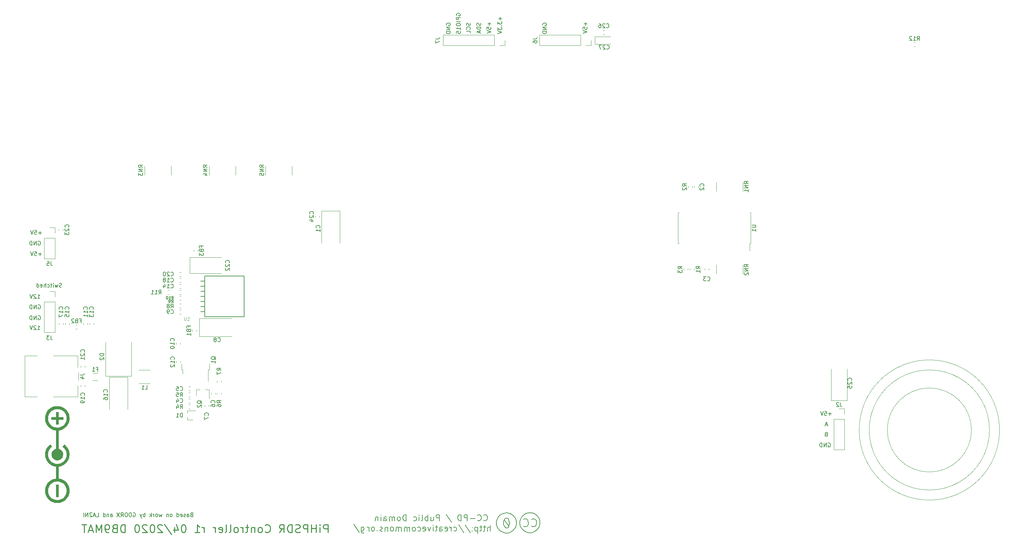
<source format=gbo>
G04 #@! TF.GenerationSoftware,KiCad,Pcbnew,(5.1.5)-3*
G04 #@! TF.CreationDate,2020-04-14T12:17:22+02:00*
G04 #@! TF.ProjectId,piHPSDR_Controller,70694850-5344-4525-9f43-6f6e74726f6c,rev?*
G04 #@! TF.SameCoordinates,Original*
G04 #@! TF.FileFunction,Legend,Bot*
G04 #@! TF.FilePolarity,Positive*
%FSLAX46Y46*%
G04 Gerber Fmt 4.6, Leading zero omitted, Abs format (unit mm)*
G04 Created by KiCad (PCBNEW (5.1.5)-3) date 2020-04-14 12:17:22*
%MOMM*%
%LPD*%
G04 APERTURE LIST*
%ADD10C,0.250000*%
%ADD11C,0.150000*%
%ADD12C,0.010000*%
%ADD13C,0.120000*%
%ADD14C,0.076200*%
G04 APERTURE END LIST*
D10*
X92411309Y-160504761D02*
X92411309Y-158504761D01*
X91649404Y-158504761D01*
X91458928Y-158600000D01*
X91363690Y-158695238D01*
X91268452Y-158885714D01*
X91268452Y-159171428D01*
X91363690Y-159361904D01*
X91458928Y-159457142D01*
X91649404Y-159552380D01*
X92411309Y-159552380D01*
X90411309Y-160504761D02*
X90411309Y-159171428D01*
X90411309Y-158504761D02*
X90506547Y-158600000D01*
X90411309Y-158695238D01*
X90316071Y-158600000D01*
X90411309Y-158504761D01*
X90411309Y-158695238D01*
X89458928Y-160504761D02*
X89458928Y-158504761D01*
X89458928Y-159457142D02*
X88316071Y-159457142D01*
X88316071Y-160504761D02*
X88316071Y-158504761D01*
X87363690Y-160504761D02*
X87363690Y-158504761D01*
X86601785Y-158504761D01*
X86411309Y-158600000D01*
X86316071Y-158695238D01*
X86220833Y-158885714D01*
X86220833Y-159171428D01*
X86316071Y-159361904D01*
X86411309Y-159457142D01*
X86601785Y-159552380D01*
X87363690Y-159552380D01*
X85458928Y-160409523D02*
X85173214Y-160504761D01*
X84697023Y-160504761D01*
X84506547Y-160409523D01*
X84411309Y-160314285D01*
X84316071Y-160123809D01*
X84316071Y-159933333D01*
X84411309Y-159742857D01*
X84506547Y-159647619D01*
X84697023Y-159552380D01*
X85077976Y-159457142D01*
X85268452Y-159361904D01*
X85363690Y-159266666D01*
X85458928Y-159076190D01*
X85458928Y-158885714D01*
X85363690Y-158695238D01*
X85268452Y-158600000D01*
X85077976Y-158504761D01*
X84601785Y-158504761D01*
X84316071Y-158600000D01*
X83458928Y-160504761D02*
X83458928Y-158504761D01*
X82982738Y-158504761D01*
X82697023Y-158600000D01*
X82506547Y-158790476D01*
X82411309Y-158980952D01*
X82316071Y-159361904D01*
X82316071Y-159647619D01*
X82411309Y-160028571D01*
X82506547Y-160219047D01*
X82697023Y-160409523D01*
X82982738Y-160504761D01*
X83458928Y-160504761D01*
X80316071Y-160504761D02*
X80982738Y-159552380D01*
X81458928Y-160504761D02*
X81458928Y-158504761D01*
X80697023Y-158504761D01*
X80506547Y-158600000D01*
X80411309Y-158695238D01*
X80316071Y-158885714D01*
X80316071Y-159171428D01*
X80411309Y-159361904D01*
X80506547Y-159457142D01*
X80697023Y-159552380D01*
X81458928Y-159552380D01*
X76792261Y-160314285D02*
X76887500Y-160409523D01*
X77173214Y-160504761D01*
X77363690Y-160504761D01*
X77649404Y-160409523D01*
X77839880Y-160219047D01*
X77935119Y-160028571D01*
X78030357Y-159647619D01*
X78030357Y-159361904D01*
X77935119Y-158980952D01*
X77839880Y-158790476D01*
X77649404Y-158600000D01*
X77363690Y-158504761D01*
X77173214Y-158504761D01*
X76887500Y-158600000D01*
X76792261Y-158695238D01*
X75649404Y-160504761D02*
X75839880Y-160409523D01*
X75935119Y-160314285D01*
X76030357Y-160123809D01*
X76030357Y-159552380D01*
X75935119Y-159361904D01*
X75839880Y-159266666D01*
X75649404Y-159171428D01*
X75363690Y-159171428D01*
X75173214Y-159266666D01*
X75077976Y-159361904D01*
X74982738Y-159552380D01*
X74982738Y-160123809D01*
X75077976Y-160314285D01*
X75173214Y-160409523D01*
X75363690Y-160504761D01*
X75649404Y-160504761D01*
X74125595Y-159171428D02*
X74125595Y-160504761D01*
X74125595Y-159361904D02*
X74030357Y-159266666D01*
X73839880Y-159171428D01*
X73554166Y-159171428D01*
X73363690Y-159266666D01*
X73268452Y-159457142D01*
X73268452Y-160504761D01*
X72601785Y-159171428D02*
X71839880Y-159171428D01*
X72316071Y-158504761D02*
X72316071Y-160219047D01*
X72220833Y-160409523D01*
X72030357Y-160504761D01*
X71839880Y-160504761D01*
X71173214Y-160504761D02*
X71173214Y-159171428D01*
X71173214Y-159552380D02*
X71077976Y-159361904D01*
X70982738Y-159266666D01*
X70792261Y-159171428D01*
X70601785Y-159171428D01*
X69649404Y-160504761D02*
X69839880Y-160409523D01*
X69935119Y-160314285D01*
X70030357Y-160123809D01*
X70030357Y-159552380D01*
X69935119Y-159361904D01*
X69839880Y-159266666D01*
X69649404Y-159171428D01*
X69363690Y-159171428D01*
X69173214Y-159266666D01*
X69077976Y-159361904D01*
X68982738Y-159552380D01*
X68982738Y-160123809D01*
X69077976Y-160314285D01*
X69173214Y-160409523D01*
X69363690Y-160504761D01*
X69649404Y-160504761D01*
X67839880Y-160504761D02*
X68030357Y-160409523D01*
X68125595Y-160219047D01*
X68125595Y-158504761D01*
X66792261Y-160504761D02*
X66982738Y-160409523D01*
X67077976Y-160219047D01*
X67077976Y-158504761D01*
X65268452Y-160409523D02*
X65458928Y-160504761D01*
X65839880Y-160504761D01*
X66030357Y-160409523D01*
X66125595Y-160219047D01*
X66125595Y-159457142D01*
X66030357Y-159266666D01*
X65839880Y-159171428D01*
X65458928Y-159171428D01*
X65268452Y-159266666D01*
X65173214Y-159457142D01*
X65173214Y-159647619D01*
X66125595Y-159838095D01*
X64316071Y-160504761D02*
X64316071Y-159171428D01*
X64316071Y-159552380D02*
X64220833Y-159361904D01*
X64125595Y-159266666D01*
X63935119Y-159171428D01*
X63744642Y-159171428D01*
X61554166Y-160504761D02*
X61554166Y-159171428D01*
X61554166Y-159552380D02*
X61458928Y-159361904D01*
X61363690Y-159266666D01*
X61173214Y-159171428D01*
X60982738Y-159171428D01*
X59268452Y-160504761D02*
X60411309Y-160504761D01*
X59839880Y-160504761D02*
X59839880Y-158504761D01*
X60030357Y-158790476D01*
X60220833Y-158980952D01*
X60411309Y-159076190D01*
X56506547Y-158504761D02*
X56316071Y-158504761D01*
X56125595Y-158600000D01*
X56030357Y-158695238D01*
X55935119Y-158885714D01*
X55839880Y-159266666D01*
X55839880Y-159742857D01*
X55935119Y-160123809D01*
X56030357Y-160314285D01*
X56125595Y-160409523D01*
X56316071Y-160504761D01*
X56506547Y-160504761D01*
X56697023Y-160409523D01*
X56792261Y-160314285D01*
X56887500Y-160123809D01*
X56982738Y-159742857D01*
X56982738Y-159266666D01*
X56887500Y-158885714D01*
X56792261Y-158695238D01*
X56697023Y-158600000D01*
X56506547Y-158504761D01*
X54125595Y-159171428D02*
X54125595Y-160504761D01*
X54601785Y-158409523D02*
X55077976Y-159838095D01*
X53839880Y-159838095D01*
X51649404Y-158409523D02*
X53363690Y-160980952D01*
X51077976Y-158695238D02*
X50982738Y-158600000D01*
X50792261Y-158504761D01*
X50316071Y-158504761D01*
X50125595Y-158600000D01*
X50030357Y-158695238D01*
X49935119Y-158885714D01*
X49935119Y-159076190D01*
X50030357Y-159361904D01*
X51173214Y-160504761D01*
X49935119Y-160504761D01*
X48697023Y-158504761D02*
X48506547Y-158504761D01*
X48316071Y-158600000D01*
X48220833Y-158695238D01*
X48125595Y-158885714D01*
X48030357Y-159266666D01*
X48030357Y-159742857D01*
X48125595Y-160123809D01*
X48220833Y-160314285D01*
X48316071Y-160409523D01*
X48506547Y-160504761D01*
X48697023Y-160504761D01*
X48887500Y-160409523D01*
X48982738Y-160314285D01*
X49077976Y-160123809D01*
X49173214Y-159742857D01*
X49173214Y-159266666D01*
X49077976Y-158885714D01*
X48982738Y-158695238D01*
X48887500Y-158600000D01*
X48697023Y-158504761D01*
X47268452Y-158695238D02*
X47173214Y-158600000D01*
X46982738Y-158504761D01*
X46506547Y-158504761D01*
X46316071Y-158600000D01*
X46220833Y-158695238D01*
X46125595Y-158885714D01*
X46125595Y-159076190D01*
X46220833Y-159361904D01*
X47363690Y-160504761D01*
X46125595Y-160504761D01*
X44887500Y-158504761D02*
X44697023Y-158504761D01*
X44506547Y-158600000D01*
X44411309Y-158695238D01*
X44316071Y-158885714D01*
X44220833Y-159266666D01*
X44220833Y-159742857D01*
X44316071Y-160123809D01*
X44411309Y-160314285D01*
X44506547Y-160409523D01*
X44697023Y-160504761D01*
X44887500Y-160504761D01*
X45077976Y-160409523D01*
X45173214Y-160314285D01*
X45268452Y-160123809D01*
X45363690Y-159742857D01*
X45363690Y-159266666D01*
X45268452Y-158885714D01*
X45173214Y-158695238D01*
X45077976Y-158600000D01*
X44887500Y-158504761D01*
X41839880Y-160504761D02*
X41839880Y-158504761D01*
X41363690Y-158504761D01*
X41077976Y-158600000D01*
X40887500Y-158790476D01*
X40792261Y-158980952D01*
X40697023Y-159361904D01*
X40697023Y-159647619D01*
X40792261Y-160028571D01*
X40887500Y-160219047D01*
X41077976Y-160409523D01*
X41363690Y-160504761D01*
X41839880Y-160504761D01*
X39173214Y-159457142D02*
X38887500Y-159552380D01*
X38792261Y-159647619D01*
X38697023Y-159838095D01*
X38697023Y-160123809D01*
X38792261Y-160314285D01*
X38887500Y-160409523D01*
X39077976Y-160504761D01*
X39839880Y-160504761D01*
X39839880Y-158504761D01*
X39173214Y-158504761D01*
X38982738Y-158600000D01*
X38887500Y-158695238D01*
X38792261Y-158885714D01*
X38792261Y-159076190D01*
X38887500Y-159266666D01*
X38982738Y-159361904D01*
X39173214Y-159457142D01*
X39839880Y-159457142D01*
X37744642Y-160504761D02*
X37363690Y-160504761D01*
X37173214Y-160409523D01*
X37077976Y-160314285D01*
X36887500Y-160028571D01*
X36792261Y-159647619D01*
X36792261Y-158885714D01*
X36887500Y-158695238D01*
X36982738Y-158600000D01*
X37173214Y-158504761D01*
X37554166Y-158504761D01*
X37744642Y-158600000D01*
X37839880Y-158695238D01*
X37935119Y-158885714D01*
X37935119Y-159361904D01*
X37839880Y-159552380D01*
X37744642Y-159647619D01*
X37554166Y-159742857D01*
X37173214Y-159742857D01*
X36982738Y-159647619D01*
X36887500Y-159552380D01*
X36792261Y-159361904D01*
X35935119Y-160504761D02*
X35935119Y-158504761D01*
X35268452Y-159933333D01*
X34601785Y-158504761D01*
X34601785Y-160504761D01*
X33744642Y-159933333D02*
X32792261Y-159933333D01*
X33935119Y-160504761D02*
X33268452Y-158504761D01*
X32601785Y-160504761D01*
X32220833Y-158504761D02*
X31077976Y-158504761D01*
X31649404Y-160504761D02*
X31649404Y-158504761D01*
D11*
X58431071Y-156028571D02*
X58288214Y-156076190D01*
X58240595Y-156123809D01*
X58192976Y-156219047D01*
X58192976Y-156361904D01*
X58240595Y-156457142D01*
X58288214Y-156504761D01*
X58383452Y-156552380D01*
X58764404Y-156552380D01*
X58764404Y-155552380D01*
X58431071Y-155552380D01*
X58335833Y-155600000D01*
X58288214Y-155647619D01*
X58240595Y-155742857D01*
X58240595Y-155838095D01*
X58288214Y-155933333D01*
X58335833Y-155980952D01*
X58431071Y-156028571D01*
X58764404Y-156028571D01*
X57335833Y-156552380D02*
X57335833Y-156028571D01*
X57383452Y-155933333D01*
X57478690Y-155885714D01*
X57669166Y-155885714D01*
X57764404Y-155933333D01*
X57335833Y-156504761D02*
X57431071Y-156552380D01*
X57669166Y-156552380D01*
X57764404Y-156504761D01*
X57812023Y-156409523D01*
X57812023Y-156314285D01*
X57764404Y-156219047D01*
X57669166Y-156171428D01*
X57431071Y-156171428D01*
X57335833Y-156123809D01*
X56907261Y-156504761D02*
X56812023Y-156552380D01*
X56621547Y-156552380D01*
X56526309Y-156504761D01*
X56478690Y-156409523D01*
X56478690Y-156361904D01*
X56526309Y-156266666D01*
X56621547Y-156219047D01*
X56764404Y-156219047D01*
X56859642Y-156171428D01*
X56907261Y-156076190D01*
X56907261Y-156028571D01*
X56859642Y-155933333D01*
X56764404Y-155885714D01*
X56621547Y-155885714D01*
X56526309Y-155933333D01*
X55669166Y-156504761D02*
X55764404Y-156552380D01*
X55954880Y-156552380D01*
X56050119Y-156504761D01*
X56097738Y-156409523D01*
X56097738Y-156028571D01*
X56050119Y-155933333D01*
X55954880Y-155885714D01*
X55764404Y-155885714D01*
X55669166Y-155933333D01*
X55621547Y-156028571D01*
X55621547Y-156123809D01*
X56097738Y-156219047D01*
X54764404Y-156552380D02*
X54764404Y-155552380D01*
X54764404Y-156504761D02*
X54859642Y-156552380D01*
X55050119Y-156552380D01*
X55145357Y-156504761D01*
X55192976Y-156457142D01*
X55240595Y-156361904D01*
X55240595Y-156076190D01*
X55192976Y-155980952D01*
X55145357Y-155933333D01*
X55050119Y-155885714D01*
X54859642Y-155885714D01*
X54764404Y-155933333D01*
X53383452Y-156552380D02*
X53478690Y-156504761D01*
X53526309Y-156457142D01*
X53573928Y-156361904D01*
X53573928Y-156076190D01*
X53526309Y-155980952D01*
X53478690Y-155933333D01*
X53383452Y-155885714D01*
X53240595Y-155885714D01*
X53145357Y-155933333D01*
X53097738Y-155980952D01*
X53050119Y-156076190D01*
X53050119Y-156361904D01*
X53097738Y-156457142D01*
X53145357Y-156504761D01*
X53240595Y-156552380D01*
X53383452Y-156552380D01*
X52621547Y-155885714D02*
X52621547Y-156552380D01*
X52621547Y-155980952D02*
X52573928Y-155933333D01*
X52478690Y-155885714D01*
X52335833Y-155885714D01*
X52240595Y-155933333D01*
X52192976Y-156028571D01*
X52192976Y-156552380D01*
X51050119Y-155885714D02*
X50859642Y-156552380D01*
X50669166Y-156076190D01*
X50478690Y-156552380D01*
X50288214Y-155885714D01*
X49764404Y-156552380D02*
X49859642Y-156504761D01*
X49907261Y-156457142D01*
X49954880Y-156361904D01*
X49954880Y-156076190D01*
X49907261Y-155980952D01*
X49859642Y-155933333D01*
X49764404Y-155885714D01*
X49621547Y-155885714D01*
X49526309Y-155933333D01*
X49478690Y-155980952D01*
X49431071Y-156076190D01*
X49431071Y-156361904D01*
X49478690Y-156457142D01*
X49526309Y-156504761D01*
X49621547Y-156552380D01*
X49764404Y-156552380D01*
X49002500Y-156552380D02*
X49002500Y-155885714D01*
X49002500Y-156076190D02*
X48954880Y-155980952D01*
X48907261Y-155933333D01*
X48812023Y-155885714D01*
X48716785Y-155885714D01*
X48383452Y-156552380D02*
X48383452Y-155552380D01*
X48288214Y-156171428D02*
X48002500Y-156552380D01*
X48002500Y-155885714D02*
X48383452Y-156266666D01*
X46812023Y-156552380D02*
X46812023Y-155552380D01*
X46812023Y-155933333D02*
X46716785Y-155885714D01*
X46526309Y-155885714D01*
X46431071Y-155933333D01*
X46383452Y-155980952D01*
X46335833Y-156076190D01*
X46335833Y-156361904D01*
X46383452Y-156457142D01*
X46431071Y-156504761D01*
X46526309Y-156552380D01*
X46716785Y-156552380D01*
X46812023Y-156504761D01*
X46002500Y-155885714D02*
X45764404Y-156552380D01*
X45526309Y-155885714D02*
X45764404Y-156552380D01*
X45859642Y-156790476D01*
X45907261Y-156838095D01*
X46002500Y-156885714D01*
X43859642Y-155600000D02*
X43954880Y-155552380D01*
X44097738Y-155552380D01*
X44240595Y-155600000D01*
X44335833Y-155695238D01*
X44383452Y-155790476D01*
X44431071Y-155980952D01*
X44431071Y-156123809D01*
X44383452Y-156314285D01*
X44335833Y-156409523D01*
X44240595Y-156504761D01*
X44097738Y-156552380D01*
X44002500Y-156552380D01*
X43859642Y-156504761D01*
X43812023Y-156457142D01*
X43812023Y-156123809D01*
X44002500Y-156123809D01*
X43192976Y-155552380D02*
X43097738Y-155552380D01*
X43002500Y-155600000D01*
X42954880Y-155647619D01*
X42907261Y-155742857D01*
X42859642Y-155933333D01*
X42859642Y-156171428D01*
X42907261Y-156361904D01*
X42954880Y-156457142D01*
X43002500Y-156504761D01*
X43097738Y-156552380D01*
X43192976Y-156552380D01*
X43288214Y-156504761D01*
X43335833Y-156457142D01*
X43383452Y-156361904D01*
X43431071Y-156171428D01*
X43431071Y-155933333D01*
X43383452Y-155742857D01*
X43335833Y-155647619D01*
X43288214Y-155600000D01*
X43192976Y-155552380D01*
X42240595Y-155552380D02*
X42050119Y-155552380D01*
X41954880Y-155600000D01*
X41859642Y-155695238D01*
X41812023Y-155885714D01*
X41812023Y-156219047D01*
X41859642Y-156409523D01*
X41954880Y-156504761D01*
X42050119Y-156552380D01*
X42240595Y-156552380D01*
X42335833Y-156504761D01*
X42431071Y-156409523D01*
X42478690Y-156219047D01*
X42478690Y-155885714D01*
X42431071Y-155695238D01*
X42335833Y-155600000D01*
X42240595Y-155552380D01*
X40812023Y-156552380D02*
X41145357Y-156076190D01*
X41383452Y-156552380D02*
X41383452Y-155552380D01*
X41002500Y-155552380D01*
X40907261Y-155600000D01*
X40859642Y-155647619D01*
X40812023Y-155742857D01*
X40812023Y-155885714D01*
X40859642Y-155980952D01*
X40907261Y-156028571D01*
X41002500Y-156076190D01*
X41383452Y-156076190D01*
X40478690Y-155552380D02*
X39812023Y-156552380D01*
X39812023Y-155552380D02*
X40478690Y-156552380D01*
X38240595Y-156552380D02*
X38240595Y-156028571D01*
X38288214Y-155933333D01*
X38383452Y-155885714D01*
X38573928Y-155885714D01*
X38669166Y-155933333D01*
X38240595Y-156504761D02*
X38335833Y-156552380D01*
X38573928Y-156552380D01*
X38669166Y-156504761D01*
X38716785Y-156409523D01*
X38716785Y-156314285D01*
X38669166Y-156219047D01*
X38573928Y-156171428D01*
X38335833Y-156171428D01*
X38240595Y-156123809D01*
X37764404Y-155885714D02*
X37764404Y-156552380D01*
X37764404Y-155980952D02*
X37716785Y-155933333D01*
X37621547Y-155885714D01*
X37478690Y-155885714D01*
X37383452Y-155933333D01*
X37335833Y-156028571D01*
X37335833Y-156552380D01*
X36431071Y-156552380D02*
X36431071Y-155552380D01*
X36431071Y-156504761D02*
X36526309Y-156552380D01*
X36716785Y-156552380D01*
X36812023Y-156504761D01*
X36859642Y-156457142D01*
X36907261Y-156361904D01*
X36907261Y-156076190D01*
X36859642Y-155980952D01*
X36812023Y-155933333D01*
X36716785Y-155885714D01*
X36526309Y-155885714D01*
X36431071Y-155933333D01*
X34716785Y-156552380D02*
X35192976Y-156552380D01*
X35192976Y-155552380D01*
X34431071Y-156266666D02*
X33954880Y-156266666D01*
X34526309Y-156552380D02*
X34192976Y-155552380D01*
X33859642Y-156552380D01*
X33573928Y-155647619D02*
X33526309Y-155600000D01*
X33431071Y-155552380D01*
X33192976Y-155552380D01*
X33097738Y-155600000D01*
X33050119Y-155647619D01*
X33002500Y-155742857D01*
X33002500Y-155838095D01*
X33050119Y-155980952D01*
X33621547Y-156552380D01*
X33002500Y-156552380D01*
X32573928Y-156552380D02*
X32573928Y-155552380D01*
X32002500Y-156552380D01*
X32002500Y-155552380D01*
X31526309Y-156552380D02*
X31526309Y-155552380D01*
X216628571Y-135928571D02*
X216485714Y-135976190D01*
X216438095Y-136023809D01*
X216390476Y-136119047D01*
X216390476Y-136261904D01*
X216438095Y-136357142D01*
X216485714Y-136404761D01*
X216580952Y-136452380D01*
X216961904Y-136452380D01*
X216961904Y-135452380D01*
X216628571Y-135452380D01*
X216533333Y-135500000D01*
X216485714Y-135547619D01*
X216438095Y-135642857D01*
X216438095Y-135738095D01*
X216485714Y-135833333D01*
X216533333Y-135880952D01*
X216628571Y-135928571D01*
X216961904Y-135928571D01*
X216938095Y-133566666D02*
X216461904Y-133566666D01*
X217033333Y-133852380D02*
X216700000Y-132852380D01*
X216366666Y-133852380D01*
X217985714Y-130871428D02*
X217223809Y-130871428D01*
X217604761Y-131252380D02*
X217604761Y-130490476D01*
X216271428Y-130252380D02*
X216747619Y-130252380D01*
X216795238Y-130728571D01*
X216747619Y-130680952D01*
X216652380Y-130633333D01*
X216414285Y-130633333D01*
X216319047Y-130680952D01*
X216271428Y-130728571D01*
X216223809Y-130823809D01*
X216223809Y-131061904D01*
X216271428Y-131157142D01*
X216319047Y-131204761D01*
X216414285Y-131252380D01*
X216652380Y-131252380D01*
X216747619Y-131204761D01*
X216795238Y-131157142D01*
X215938095Y-130252380D02*
X215604761Y-131252380D01*
X215271428Y-130252380D01*
X217161904Y-138200000D02*
X217257142Y-138152380D01*
X217400000Y-138152380D01*
X217542857Y-138200000D01*
X217638095Y-138295238D01*
X217685714Y-138390476D01*
X217733333Y-138580952D01*
X217733333Y-138723809D01*
X217685714Y-138914285D01*
X217638095Y-139009523D01*
X217542857Y-139104761D01*
X217400000Y-139152380D01*
X217304761Y-139152380D01*
X217161904Y-139104761D01*
X217114285Y-139057142D01*
X217114285Y-138723809D01*
X217304761Y-138723809D01*
X216685714Y-139152380D02*
X216685714Y-138152380D01*
X216114285Y-139152380D01*
X216114285Y-138152380D01*
X215638095Y-139152380D02*
X215638095Y-138152380D01*
X215400000Y-138152380D01*
X215257142Y-138200000D01*
X215161904Y-138295238D01*
X215114285Y-138390476D01*
X215066666Y-138580952D01*
X215066666Y-138723809D01*
X215114285Y-138914285D01*
X215161904Y-139009523D01*
X215257142Y-139104761D01*
X215400000Y-139152380D01*
X215638095Y-139152380D01*
X25995238Y-99204761D02*
X25852380Y-99252380D01*
X25614285Y-99252380D01*
X25519047Y-99204761D01*
X25471428Y-99157142D01*
X25423809Y-99061904D01*
X25423809Y-98966666D01*
X25471428Y-98871428D01*
X25519047Y-98823809D01*
X25614285Y-98776190D01*
X25804761Y-98728571D01*
X25900000Y-98680952D01*
X25947619Y-98633333D01*
X25995238Y-98538095D01*
X25995238Y-98442857D01*
X25947619Y-98347619D01*
X25900000Y-98300000D01*
X25804761Y-98252380D01*
X25566666Y-98252380D01*
X25423809Y-98300000D01*
X25090476Y-98585714D02*
X24900000Y-99252380D01*
X24709523Y-98776190D01*
X24519047Y-99252380D01*
X24328571Y-98585714D01*
X23947619Y-99252380D02*
X23947619Y-98585714D01*
X23947619Y-98252380D02*
X23995238Y-98300000D01*
X23947619Y-98347619D01*
X23900000Y-98300000D01*
X23947619Y-98252380D01*
X23947619Y-98347619D01*
X23614285Y-98585714D02*
X23233333Y-98585714D01*
X23471428Y-98252380D02*
X23471428Y-99109523D01*
X23423809Y-99204761D01*
X23328571Y-99252380D01*
X23233333Y-99252380D01*
X22471428Y-99204761D02*
X22566666Y-99252380D01*
X22757142Y-99252380D01*
X22852380Y-99204761D01*
X22900000Y-99157142D01*
X22947619Y-99061904D01*
X22947619Y-98776190D01*
X22900000Y-98680952D01*
X22852380Y-98633333D01*
X22757142Y-98585714D01*
X22566666Y-98585714D01*
X22471428Y-98633333D01*
X22042857Y-99252380D02*
X22042857Y-98252380D01*
X21614285Y-99252380D02*
X21614285Y-98728571D01*
X21661904Y-98633333D01*
X21757142Y-98585714D01*
X21900000Y-98585714D01*
X21995238Y-98633333D01*
X22042857Y-98680952D01*
X20757142Y-99204761D02*
X20852380Y-99252380D01*
X21042857Y-99252380D01*
X21138095Y-99204761D01*
X21185714Y-99109523D01*
X21185714Y-98728571D01*
X21138095Y-98633333D01*
X21042857Y-98585714D01*
X20852380Y-98585714D01*
X20757142Y-98633333D01*
X20709523Y-98728571D01*
X20709523Y-98823809D01*
X21185714Y-98919047D01*
X19852380Y-99252380D02*
X19852380Y-98252380D01*
X19852380Y-99204761D02*
X19947619Y-99252380D01*
X20138095Y-99252380D01*
X20233333Y-99204761D01*
X20280952Y-99157142D01*
X20328571Y-99061904D01*
X20328571Y-98776190D01*
X20280952Y-98680952D01*
X20233333Y-98633333D01*
X20138095Y-98585714D01*
X19947619Y-98585714D01*
X19852380Y-98633333D01*
X20019047Y-109852380D02*
X20590476Y-109852380D01*
X20304761Y-109852380D02*
X20304761Y-108852380D01*
X20400000Y-108995238D01*
X20495238Y-109090476D01*
X20590476Y-109138095D01*
X19638095Y-108947619D02*
X19590476Y-108900000D01*
X19495238Y-108852380D01*
X19257142Y-108852380D01*
X19161904Y-108900000D01*
X19114285Y-108947619D01*
X19066666Y-109042857D01*
X19066666Y-109138095D01*
X19114285Y-109280952D01*
X19685714Y-109852380D01*
X19066666Y-109852380D01*
X18780952Y-108852380D02*
X18447619Y-109852380D01*
X18114285Y-108852380D01*
X20019047Y-102052380D02*
X20590476Y-102052380D01*
X20304761Y-102052380D02*
X20304761Y-101052380D01*
X20400000Y-101195238D01*
X20495238Y-101290476D01*
X20590476Y-101338095D01*
X19638095Y-101147619D02*
X19590476Y-101100000D01*
X19495238Y-101052380D01*
X19257142Y-101052380D01*
X19161904Y-101100000D01*
X19114285Y-101147619D01*
X19066666Y-101242857D01*
X19066666Y-101338095D01*
X19114285Y-101480952D01*
X19685714Y-102052380D01*
X19066666Y-102052380D01*
X18780952Y-101052380D02*
X18447619Y-102052380D01*
X18114285Y-101052380D01*
X20161904Y-106400000D02*
X20257142Y-106352380D01*
X20400000Y-106352380D01*
X20542857Y-106400000D01*
X20638095Y-106495238D01*
X20685714Y-106590476D01*
X20733333Y-106780952D01*
X20733333Y-106923809D01*
X20685714Y-107114285D01*
X20638095Y-107209523D01*
X20542857Y-107304761D01*
X20400000Y-107352380D01*
X20304761Y-107352380D01*
X20161904Y-107304761D01*
X20114285Y-107257142D01*
X20114285Y-106923809D01*
X20304761Y-106923809D01*
X19685714Y-107352380D02*
X19685714Y-106352380D01*
X19114285Y-107352380D01*
X19114285Y-106352380D01*
X18638095Y-107352380D02*
X18638095Y-106352380D01*
X18400000Y-106352380D01*
X18257142Y-106400000D01*
X18161904Y-106495238D01*
X18114285Y-106590476D01*
X18066666Y-106780952D01*
X18066666Y-106923809D01*
X18114285Y-107114285D01*
X18161904Y-107209523D01*
X18257142Y-107304761D01*
X18400000Y-107352380D01*
X18638095Y-107352380D01*
X20161904Y-103700000D02*
X20257142Y-103652380D01*
X20400000Y-103652380D01*
X20542857Y-103700000D01*
X20638095Y-103795238D01*
X20685714Y-103890476D01*
X20733333Y-104080952D01*
X20733333Y-104223809D01*
X20685714Y-104414285D01*
X20638095Y-104509523D01*
X20542857Y-104604761D01*
X20400000Y-104652380D01*
X20304761Y-104652380D01*
X20161904Y-104604761D01*
X20114285Y-104557142D01*
X20114285Y-104223809D01*
X20304761Y-104223809D01*
X19685714Y-104652380D02*
X19685714Y-103652380D01*
X19114285Y-104652380D01*
X19114285Y-103652380D01*
X18638095Y-104652380D02*
X18638095Y-103652380D01*
X18400000Y-103652380D01*
X18257142Y-103700000D01*
X18161904Y-103795238D01*
X18114285Y-103890476D01*
X18066666Y-104080952D01*
X18066666Y-104223809D01*
X18114285Y-104414285D01*
X18161904Y-104509523D01*
X18257142Y-104604761D01*
X18400000Y-104652380D01*
X18638095Y-104652380D01*
X20161904Y-87800000D02*
X20257142Y-87752380D01*
X20400000Y-87752380D01*
X20542857Y-87800000D01*
X20638095Y-87895238D01*
X20685714Y-87990476D01*
X20733333Y-88180952D01*
X20733333Y-88323809D01*
X20685714Y-88514285D01*
X20638095Y-88609523D01*
X20542857Y-88704761D01*
X20400000Y-88752380D01*
X20304761Y-88752380D01*
X20161904Y-88704761D01*
X20114285Y-88657142D01*
X20114285Y-88323809D01*
X20304761Y-88323809D01*
X19685714Y-88752380D02*
X19685714Y-87752380D01*
X19114285Y-88752380D01*
X19114285Y-87752380D01*
X18638095Y-88752380D02*
X18638095Y-87752380D01*
X18400000Y-87752380D01*
X18257142Y-87800000D01*
X18161904Y-87895238D01*
X18114285Y-87990476D01*
X18066666Y-88180952D01*
X18066666Y-88323809D01*
X18114285Y-88514285D01*
X18161904Y-88609523D01*
X18257142Y-88704761D01*
X18400000Y-88752380D01*
X18638095Y-88752380D01*
X20985714Y-90971428D02*
X20223809Y-90971428D01*
X20604761Y-91352380D02*
X20604761Y-90590476D01*
X19271428Y-90352380D02*
X19747619Y-90352380D01*
X19795238Y-90828571D01*
X19747619Y-90780952D01*
X19652380Y-90733333D01*
X19414285Y-90733333D01*
X19319047Y-90780952D01*
X19271428Y-90828571D01*
X19223809Y-90923809D01*
X19223809Y-91161904D01*
X19271428Y-91257142D01*
X19319047Y-91304761D01*
X19414285Y-91352380D01*
X19652380Y-91352380D01*
X19747619Y-91304761D01*
X19795238Y-91257142D01*
X18938095Y-90352380D02*
X18604761Y-91352380D01*
X18271428Y-90352380D01*
X20985714Y-85671428D02*
X20223809Y-85671428D01*
X20604761Y-86052380D02*
X20604761Y-85290476D01*
X19271428Y-85052380D02*
X19747619Y-85052380D01*
X19795238Y-85528571D01*
X19747619Y-85480952D01*
X19652380Y-85433333D01*
X19414285Y-85433333D01*
X19319047Y-85480952D01*
X19271428Y-85528571D01*
X19223809Y-85623809D01*
X19223809Y-85861904D01*
X19271428Y-85957142D01*
X19319047Y-86004761D01*
X19414285Y-86052380D01*
X19652380Y-86052380D01*
X19747619Y-86004761D01*
X19795238Y-85957142D01*
X18938095Y-85052380D02*
X18604761Y-86052380D01*
X18271428Y-85052380D01*
X156671428Y-33114285D02*
X156671428Y-33876190D01*
X157052380Y-33495238D02*
X156290476Y-33495238D01*
X156052380Y-34828571D02*
X156052380Y-34352380D01*
X156528571Y-34304761D01*
X156480952Y-34352380D01*
X156433333Y-34447619D01*
X156433333Y-34685714D01*
X156480952Y-34780952D01*
X156528571Y-34828571D01*
X156623809Y-34876190D01*
X156861904Y-34876190D01*
X156957142Y-34828571D01*
X157004761Y-34780952D01*
X157052380Y-34685714D01*
X157052380Y-34447619D01*
X157004761Y-34352380D01*
X156957142Y-34304761D01*
X156052380Y-35161904D02*
X157052380Y-35495238D01*
X156052380Y-35828571D01*
X146000000Y-33838095D02*
X145952380Y-33742857D01*
X145952380Y-33600000D01*
X146000000Y-33457142D01*
X146095238Y-33361904D01*
X146190476Y-33314285D01*
X146380952Y-33266666D01*
X146523809Y-33266666D01*
X146714285Y-33314285D01*
X146809523Y-33361904D01*
X146904761Y-33457142D01*
X146952380Y-33600000D01*
X146952380Y-33695238D01*
X146904761Y-33838095D01*
X146857142Y-33885714D01*
X146523809Y-33885714D01*
X146523809Y-33695238D01*
X146952380Y-34314285D02*
X145952380Y-34314285D01*
X146952380Y-34885714D01*
X145952380Y-34885714D01*
X146952380Y-35361904D02*
X145952380Y-35361904D01*
X145952380Y-35600000D01*
X146000000Y-35742857D01*
X146095238Y-35838095D01*
X146190476Y-35885714D01*
X146380952Y-35933333D01*
X146523809Y-35933333D01*
X146714285Y-35885714D01*
X146809523Y-35838095D01*
X146904761Y-35742857D01*
X146952380Y-35600000D01*
X146952380Y-35361904D01*
X135371428Y-31800000D02*
X135371428Y-32561904D01*
X135752380Y-32180952D02*
X134990476Y-32180952D01*
X134752380Y-32942857D02*
X134752380Y-33561904D01*
X135133333Y-33228571D01*
X135133333Y-33371428D01*
X135180952Y-33466666D01*
X135228571Y-33514285D01*
X135323809Y-33561904D01*
X135561904Y-33561904D01*
X135657142Y-33514285D01*
X135704761Y-33466666D01*
X135752380Y-33371428D01*
X135752380Y-33085714D01*
X135704761Y-32990476D01*
X135657142Y-32942857D01*
X135657142Y-33990476D02*
X135704761Y-34038095D01*
X135752380Y-33990476D01*
X135704761Y-33942857D01*
X135657142Y-33990476D01*
X135752380Y-33990476D01*
X134752380Y-34371428D02*
X134752380Y-34990476D01*
X135133333Y-34657142D01*
X135133333Y-34800000D01*
X135180952Y-34895238D01*
X135228571Y-34942857D01*
X135323809Y-34990476D01*
X135561904Y-34990476D01*
X135657142Y-34942857D01*
X135704761Y-34895238D01*
X135752380Y-34800000D01*
X135752380Y-34514285D01*
X135704761Y-34419047D01*
X135657142Y-34371428D01*
X134752380Y-35276190D02*
X135752380Y-35609523D01*
X134752380Y-35942857D01*
X132671428Y-33114285D02*
X132671428Y-33876190D01*
X133052380Y-33495238D02*
X132290476Y-33495238D01*
X132052380Y-34828571D02*
X132052380Y-34352380D01*
X132528571Y-34304761D01*
X132480952Y-34352380D01*
X132433333Y-34447619D01*
X132433333Y-34685714D01*
X132480952Y-34780952D01*
X132528571Y-34828571D01*
X132623809Y-34876190D01*
X132861904Y-34876190D01*
X132957142Y-34828571D01*
X133004761Y-34780952D01*
X133052380Y-34685714D01*
X133052380Y-34447619D01*
X133004761Y-34352380D01*
X132957142Y-34304761D01*
X132052380Y-35161904D02*
X133052380Y-35495238D01*
X132052380Y-35828571D01*
X122000000Y-33838095D02*
X121952380Y-33742857D01*
X121952380Y-33600000D01*
X122000000Y-33457142D01*
X122095238Y-33361904D01*
X122190476Y-33314285D01*
X122380952Y-33266666D01*
X122523809Y-33266666D01*
X122714285Y-33314285D01*
X122809523Y-33361904D01*
X122904761Y-33457142D01*
X122952380Y-33600000D01*
X122952380Y-33695238D01*
X122904761Y-33838095D01*
X122857142Y-33885714D01*
X122523809Y-33885714D01*
X122523809Y-33695238D01*
X122952380Y-34314285D02*
X121952380Y-34314285D01*
X122952380Y-34885714D01*
X121952380Y-34885714D01*
X122952380Y-35361904D02*
X121952380Y-35361904D01*
X121952380Y-35600000D01*
X122000000Y-35742857D01*
X122095238Y-35838095D01*
X122190476Y-35885714D01*
X122380952Y-35933333D01*
X122523809Y-35933333D01*
X122714285Y-35885714D01*
X122809523Y-35838095D01*
X122904761Y-35742857D01*
X122952380Y-35600000D01*
X122952380Y-35361904D01*
X124500000Y-31447619D02*
X124452380Y-31352380D01*
X124452380Y-31209523D01*
X124500000Y-31066666D01*
X124595238Y-30971428D01*
X124690476Y-30923809D01*
X124880952Y-30876190D01*
X125023809Y-30876190D01*
X125214285Y-30923809D01*
X125309523Y-30971428D01*
X125404761Y-31066666D01*
X125452380Y-31209523D01*
X125452380Y-31304761D01*
X125404761Y-31447619D01*
X125357142Y-31495238D01*
X125023809Y-31495238D01*
X125023809Y-31304761D01*
X125452380Y-31923809D02*
X124452380Y-31923809D01*
X124452380Y-32304761D01*
X124500000Y-32400000D01*
X124547619Y-32447619D01*
X124642857Y-32495238D01*
X124785714Y-32495238D01*
X124880952Y-32447619D01*
X124928571Y-32400000D01*
X124976190Y-32304761D01*
X124976190Y-31923809D01*
X125452380Y-32923809D02*
X124452380Y-32923809D01*
X124452380Y-33590476D02*
X124452380Y-33780952D01*
X124500000Y-33876190D01*
X124595238Y-33971428D01*
X124785714Y-34019047D01*
X125119047Y-34019047D01*
X125309523Y-33971428D01*
X125404761Y-33876190D01*
X125452380Y-33780952D01*
X125452380Y-33590476D01*
X125404761Y-33495238D01*
X125309523Y-33400000D01*
X125119047Y-33352380D01*
X124785714Y-33352380D01*
X124595238Y-33400000D01*
X124500000Y-33495238D01*
X124452380Y-33590476D01*
X125452380Y-34971428D02*
X125452380Y-34400000D01*
X125452380Y-34685714D02*
X124452380Y-34685714D01*
X124595238Y-34590476D01*
X124690476Y-34495238D01*
X124738095Y-34400000D01*
X124452380Y-35876190D02*
X124452380Y-35400000D01*
X124928571Y-35352380D01*
X124880952Y-35400000D01*
X124833333Y-35495238D01*
X124833333Y-35733333D01*
X124880952Y-35828571D01*
X124928571Y-35876190D01*
X125023809Y-35923809D01*
X125261904Y-35923809D01*
X125357142Y-35876190D01*
X125404761Y-35828571D01*
X125452380Y-35733333D01*
X125452380Y-35495238D01*
X125404761Y-35400000D01*
X125357142Y-35352380D01*
X127904761Y-33309523D02*
X127952380Y-33452380D01*
X127952380Y-33690476D01*
X127904761Y-33785714D01*
X127857142Y-33833333D01*
X127761904Y-33880952D01*
X127666666Y-33880952D01*
X127571428Y-33833333D01*
X127523809Y-33785714D01*
X127476190Y-33690476D01*
X127428571Y-33500000D01*
X127380952Y-33404761D01*
X127333333Y-33357142D01*
X127238095Y-33309523D01*
X127142857Y-33309523D01*
X127047619Y-33357142D01*
X127000000Y-33404761D01*
X126952380Y-33500000D01*
X126952380Y-33738095D01*
X127000000Y-33880952D01*
X127857142Y-34880952D02*
X127904761Y-34833333D01*
X127952380Y-34690476D01*
X127952380Y-34595238D01*
X127904761Y-34452380D01*
X127809523Y-34357142D01*
X127714285Y-34309523D01*
X127523809Y-34261904D01*
X127380952Y-34261904D01*
X127190476Y-34309523D01*
X127095238Y-34357142D01*
X127000000Y-34452380D01*
X126952380Y-34595238D01*
X126952380Y-34690476D01*
X127000000Y-34833333D01*
X127047619Y-34880952D01*
X127952380Y-35785714D02*
X127952380Y-35309523D01*
X126952380Y-35309523D01*
X130504761Y-33285714D02*
X130552380Y-33428571D01*
X130552380Y-33666666D01*
X130504761Y-33761904D01*
X130457142Y-33809523D01*
X130361904Y-33857142D01*
X130266666Y-33857142D01*
X130171428Y-33809523D01*
X130123809Y-33761904D01*
X130076190Y-33666666D01*
X130028571Y-33476190D01*
X129980952Y-33380952D01*
X129933333Y-33333333D01*
X129838095Y-33285714D01*
X129742857Y-33285714D01*
X129647619Y-33333333D01*
X129600000Y-33380952D01*
X129552380Y-33476190D01*
X129552380Y-33714285D01*
X129600000Y-33857142D01*
X130552380Y-34285714D02*
X129552380Y-34285714D01*
X129552380Y-34523809D01*
X129600000Y-34666666D01*
X129695238Y-34761904D01*
X129790476Y-34809523D01*
X129980952Y-34857142D01*
X130123809Y-34857142D01*
X130314285Y-34809523D01*
X130409523Y-34761904D01*
X130504761Y-34666666D01*
X130552380Y-34523809D01*
X130552380Y-34285714D01*
X130266666Y-35238095D02*
X130266666Y-35714285D01*
X130552380Y-35142857D02*
X129552380Y-35476190D01*
X130552380Y-35809523D01*
X136400000Y-157300000D02*
X137450000Y-158850000D01*
X100200000Y-160500000D02*
X98900000Y-158450000D01*
X100800000Y-159200000D02*
X101150000Y-159150000D01*
X101150000Y-159150000D02*
X101400000Y-159300000D01*
X101400000Y-159300000D02*
X101450000Y-159700000D01*
X101450000Y-159700000D02*
X101250000Y-160000000D01*
X101250000Y-160000000D02*
X101050000Y-160100000D01*
X101050000Y-160100000D02*
X100800000Y-160100000D01*
X101400000Y-160550000D02*
X101150000Y-160650000D01*
X101150000Y-160650000D02*
X100850000Y-160550000D01*
X100850000Y-160550000D02*
X100700000Y-160250000D01*
X100700000Y-160250000D02*
X100700000Y-159100000D01*
X102150000Y-159150000D02*
X102300000Y-159150000D01*
X102300000Y-159150000D02*
X102550000Y-159300000D01*
X102650000Y-159150000D02*
X102650000Y-160200000D01*
X103500000Y-159150000D02*
X103800000Y-159150000D01*
X103800000Y-159150000D02*
X104050000Y-159350000D01*
X104050000Y-159350000D02*
X104050000Y-159700000D01*
X104050000Y-159700000D02*
X103950000Y-160000000D01*
X103950000Y-160000000D02*
X103650000Y-160200000D01*
X103650000Y-160200000D02*
X103350000Y-160050000D01*
X103350000Y-160050000D02*
X103250000Y-159700000D01*
X103250000Y-159700000D02*
X103250000Y-159450000D01*
X103250000Y-159450000D02*
X103450000Y-159200000D01*
X104750000Y-160000000D02*
X104750000Y-160150000D01*
X105450000Y-159200000D02*
X105750000Y-159100000D01*
X105750000Y-159100000D02*
X106000000Y-159250000D01*
X106000000Y-159250000D02*
X106000000Y-159500000D01*
X106000000Y-159500000D02*
X105700000Y-159650000D01*
X105700000Y-159650000D02*
X105450000Y-159750000D01*
X105450000Y-159750000D02*
X105400000Y-160000000D01*
X105400000Y-160000000D02*
X105650000Y-160150000D01*
X105650000Y-160150000D02*
X105900000Y-160200000D01*
X105900000Y-160200000D02*
X106000000Y-160100000D01*
X106700000Y-160250000D02*
X106650000Y-159400000D01*
X106650000Y-159400000D02*
X106800000Y-159200000D01*
X106800000Y-159200000D02*
X107000000Y-159200000D01*
X107000000Y-159200000D02*
X107300000Y-159300000D01*
X107350000Y-160200000D02*
X107350000Y-159150000D01*
X108050000Y-159250000D02*
X108200000Y-159150000D01*
X108200000Y-159150000D02*
X108450000Y-159150000D01*
X108450000Y-159150000D02*
X108650000Y-159200000D01*
X108650000Y-159200000D02*
X108750000Y-159400000D01*
X108750000Y-159400000D02*
X108800000Y-159700000D01*
X108800000Y-159700000D02*
X108750000Y-159900000D01*
X108750000Y-159900000D02*
X108600000Y-160100000D01*
X108600000Y-160100000D02*
X108350000Y-160150000D01*
X108350000Y-160150000D02*
X108100000Y-160050000D01*
X108100000Y-160050000D02*
X108000000Y-159800000D01*
X108000000Y-159800000D02*
X107950000Y-159600000D01*
X107950000Y-159600000D02*
X108000000Y-159350000D01*
X109400000Y-160200000D02*
X109450000Y-159300000D01*
X109450000Y-159300000D02*
X109600000Y-159150000D01*
X109600000Y-159150000D02*
X109850000Y-159200000D01*
X109850000Y-159200000D02*
X110000000Y-159300000D01*
X110050000Y-160250000D02*
X110050000Y-159300000D01*
X110050000Y-159300000D02*
X110250000Y-159150000D01*
X110250000Y-159150000D02*
X110500000Y-159200000D01*
X110500000Y-159200000D02*
X110650000Y-159250000D01*
X110750000Y-160200000D02*
X110750000Y-159200000D01*
X111450000Y-160250000D02*
X111450000Y-159350000D01*
X111450000Y-159350000D02*
X111600000Y-159200000D01*
X111600000Y-159200000D02*
X111800000Y-159150000D01*
X111800000Y-159150000D02*
X112100000Y-159250000D01*
X112150000Y-160200000D02*
X112150000Y-159350000D01*
X112150000Y-159350000D02*
X112300000Y-159200000D01*
X112300000Y-159200000D02*
X112700000Y-159250000D01*
X112750000Y-160200000D02*
X112750000Y-159150000D01*
X113800000Y-159200000D02*
X114000000Y-159200000D01*
X114000000Y-159200000D02*
X114300000Y-159550000D01*
X114300000Y-159550000D02*
X114200000Y-160050000D01*
X114200000Y-160050000D02*
X113950000Y-160150000D01*
X113950000Y-160150000D02*
X113700000Y-160100000D01*
X113700000Y-160100000D02*
X113500000Y-159950000D01*
X113500000Y-159950000D02*
X113400000Y-159650000D01*
X113400000Y-159650000D02*
X113450000Y-159350000D01*
X113450000Y-159350000D02*
X113650000Y-159200000D01*
X114750000Y-159250000D02*
X115000000Y-159150000D01*
X115000000Y-159150000D02*
X115250000Y-159150000D01*
X115250000Y-159150000D02*
X115450000Y-159350000D01*
X115450000Y-159350000D02*
X115550000Y-159750000D01*
X115550000Y-159750000D02*
X115500000Y-160000000D01*
X115500000Y-160000000D02*
X115350000Y-160100000D01*
X115350000Y-160100000D02*
X115050000Y-160150000D01*
X115050000Y-160150000D02*
X114850000Y-160050000D01*
X116100000Y-160100000D02*
X116350000Y-160150000D01*
X116350000Y-160150000D02*
X116600000Y-160150000D01*
X116600000Y-160150000D02*
X116800000Y-159950000D01*
X116800000Y-159950000D02*
X116850000Y-159600000D01*
X116850000Y-159600000D02*
X116850000Y-159250000D01*
X116850000Y-159250000D02*
X116600000Y-159150000D01*
X116600000Y-159150000D02*
X116250000Y-159150000D01*
X116250000Y-159150000D02*
X116050000Y-159350000D01*
X116050000Y-159350000D02*
X116000000Y-159450000D01*
X116000000Y-159450000D02*
X116750000Y-159700000D01*
X118100000Y-159100000D02*
X117700000Y-160150000D01*
X117700000Y-160150000D02*
X117350000Y-159150000D01*
X118650000Y-159150000D02*
X118650000Y-160150000D01*
X118650000Y-158600000D02*
X118650000Y-158750000D01*
X119800000Y-159150000D02*
X119150000Y-159150000D01*
X119500000Y-158700000D02*
X119500000Y-159950000D01*
X119500000Y-159950000D02*
X119350000Y-160100000D01*
X119350000Y-160100000D02*
X119200000Y-160150000D01*
X120950000Y-159200000D02*
X120800000Y-159150000D01*
X120800000Y-159150000D02*
X120400000Y-159150000D01*
X120400000Y-159150000D02*
X120250000Y-159350000D01*
X120250000Y-159350000D02*
X120250000Y-160200000D01*
X120250000Y-160200000D02*
X120250000Y-160150000D01*
X120250000Y-160150000D02*
X120750000Y-160150000D01*
X120750000Y-160150000D02*
X120900000Y-160050000D01*
X120900000Y-160050000D02*
X120950000Y-159800000D01*
X120950000Y-159800000D02*
X120850000Y-159650000D01*
X120850000Y-159650000D02*
X120350000Y-159600000D01*
X121600000Y-160100000D02*
X121900000Y-160150000D01*
X121900000Y-160150000D02*
X122150000Y-160150000D01*
X122150000Y-160150000D02*
X122250000Y-159850000D01*
X122250000Y-159850000D02*
X122300000Y-159500000D01*
X122300000Y-159500000D02*
X122200000Y-159250000D01*
X122200000Y-159250000D02*
X122000000Y-159150000D01*
X122000000Y-159150000D02*
X121750000Y-159150000D01*
X121750000Y-159150000D02*
X121550000Y-159350000D01*
X121550000Y-159350000D02*
X121550000Y-159450000D01*
X121550000Y-159450000D02*
X122200000Y-159700000D01*
X122650000Y-159150000D02*
X122900000Y-159200000D01*
X122900000Y-159200000D02*
X123100000Y-159350000D01*
X123200000Y-160150000D02*
X123200000Y-159100000D01*
X123800000Y-159250000D02*
X124050000Y-159150000D01*
X124050000Y-159150000D02*
X124350000Y-159200000D01*
X124350000Y-159200000D02*
X124550000Y-159600000D01*
X124550000Y-159600000D02*
X124450000Y-160000000D01*
X124450000Y-160000000D02*
X124150000Y-160150000D01*
X124150000Y-160150000D02*
X123850000Y-160050000D01*
X126300000Y-160550000D02*
X125000000Y-158550000D01*
X127900000Y-160550000D02*
X126600000Y-158600000D01*
X128350000Y-160000000D02*
X128400000Y-160150000D01*
X128400000Y-159200000D02*
X128400000Y-159300000D01*
X129700000Y-160150000D02*
X129350000Y-160150000D01*
X129350000Y-160150000D02*
X129100000Y-159950000D01*
X129100000Y-159950000D02*
X129000000Y-159650000D01*
X129000000Y-159650000D02*
X129050000Y-159300000D01*
X129050000Y-159300000D02*
X129300000Y-159150000D01*
X129300000Y-159150000D02*
X129650000Y-159250000D01*
X129750000Y-160700000D02*
X129750000Y-159150000D01*
X130250000Y-159150000D02*
X130750000Y-159150000D01*
X130600000Y-158650000D02*
X130600000Y-160050000D01*
X130600000Y-160050000D02*
X130350000Y-160150000D01*
X130350000Y-160150000D02*
X130250000Y-160150000D01*
X131850000Y-159150000D02*
X131250000Y-159150000D01*
X131500000Y-158650000D02*
X131500000Y-160050000D01*
X131500000Y-160050000D02*
X131350000Y-160200000D01*
X131350000Y-160200000D02*
X131150000Y-160200000D01*
X132200000Y-160250000D02*
X132250000Y-159400000D01*
X132250000Y-159400000D02*
X132350000Y-159200000D01*
X132350000Y-159200000D02*
X132750000Y-159200000D01*
X132900000Y-158650000D02*
X132900000Y-160150000D01*
X104200000Y-157550000D02*
X104250000Y-156850000D01*
X104250000Y-156850000D02*
X104350000Y-156650000D01*
X104350000Y-156650000D02*
X104500000Y-156600000D01*
X104500000Y-156600000D02*
X104850000Y-156650000D01*
X104900000Y-156600000D02*
X104900000Y-157500000D01*
X105650000Y-156600000D02*
X105650000Y-157550000D01*
X105650000Y-156050000D02*
X105650000Y-156150000D01*
X106600000Y-157050000D02*
X106900000Y-157050000D01*
X106900000Y-157050000D02*
X107050000Y-157200000D01*
X107050000Y-157200000D02*
X107050000Y-157450000D01*
X107050000Y-157450000D02*
X106850000Y-157550000D01*
X106850000Y-157550000D02*
X106450000Y-157500000D01*
X107050000Y-156650000D02*
X106900000Y-156550000D01*
X106900000Y-156550000D02*
X106550000Y-156550000D01*
X106550000Y-156550000D02*
X106400000Y-156750000D01*
X106400000Y-156750000D02*
X106350000Y-157600000D01*
X107750000Y-157650000D02*
X107750000Y-156900000D01*
X107750000Y-156900000D02*
X107800000Y-156700000D01*
X107800000Y-156700000D02*
X107900000Y-156600000D01*
X107900000Y-156600000D02*
X108150000Y-156600000D01*
X108150000Y-156600000D02*
X108350000Y-156700000D01*
X108400000Y-157600000D02*
X108400000Y-156750000D01*
X108400000Y-156750000D02*
X108500000Y-156650000D01*
X108500000Y-156650000D02*
X108700000Y-156600000D01*
X108700000Y-156600000D02*
X108950000Y-156650000D01*
X109050000Y-157600000D02*
X109050000Y-156550000D01*
X110100000Y-156550000D02*
X110350000Y-156650000D01*
X110350000Y-156650000D02*
X110500000Y-156950000D01*
X110500000Y-156950000D02*
X110500000Y-157300000D01*
X110500000Y-157300000D02*
X110250000Y-157550000D01*
X110250000Y-157550000D02*
X109950000Y-157500000D01*
X109950000Y-157500000D02*
X109750000Y-157250000D01*
X109750000Y-157250000D02*
X109750000Y-156900000D01*
X109750000Y-156900000D02*
X109800000Y-156750000D01*
X109800000Y-156750000D02*
X110000000Y-156600000D01*
X111950000Y-156050000D02*
X111950000Y-157550000D01*
X111950000Y-157550000D02*
X111550000Y-157550000D01*
X111550000Y-157550000D02*
X111200000Y-157300000D01*
X111200000Y-157300000D02*
X111100000Y-156850000D01*
X111100000Y-156850000D02*
X111200000Y-156350000D01*
X111200000Y-156350000D02*
X111450000Y-156100000D01*
X111450000Y-156100000D02*
X111950000Y-156050000D01*
X113750000Y-156650000D02*
X114000000Y-156550000D01*
X114000000Y-156550000D02*
X114350000Y-156600000D01*
X114350000Y-156600000D02*
X114500000Y-156900000D01*
X114500000Y-156900000D02*
X114500000Y-157250000D01*
X114500000Y-157250000D02*
X114350000Y-157500000D01*
X114350000Y-157500000D02*
X114050000Y-157550000D01*
X114050000Y-157550000D02*
X113800000Y-157500000D01*
X115150000Y-156550000D02*
X115150000Y-157500000D01*
X115150000Y-156100000D02*
X115150000Y-156200000D01*
X115150000Y-156200000D02*
X115200000Y-156200000D01*
X115950000Y-156100000D02*
X115950000Y-157400000D01*
X115950000Y-157400000D02*
X115750000Y-157550000D01*
X117300000Y-156050000D02*
X117350000Y-157550000D01*
X117350000Y-157550000D02*
X116950000Y-157550000D01*
X116950000Y-157550000D02*
X116700000Y-157400000D01*
X116700000Y-157400000D02*
X116600000Y-157000000D01*
X116600000Y-157000000D02*
X116700000Y-156650000D01*
X116700000Y-156650000D02*
X116950000Y-156550000D01*
X116950000Y-156550000D02*
X117250000Y-156550000D01*
X118050000Y-156550000D02*
X118050000Y-157550000D01*
X118750000Y-156600000D02*
X118750000Y-157000000D01*
X118750000Y-157000000D02*
X118750000Y-157350000D01*
X118750000Y-157350000D02*
X118600000Y-157500000D01*
X118600000Y-157500000D02*
X118400000Y-157550000D01*
X118400000Y-157550000D02*
X118050000Y-157450000D01*
X120200000Y-157550000D02*
X120200000Y-156050000D01*
X120200000Y-156050000D02*
X119700000Y-156050000D01*
X119700000Y-156050000D02*
X119450000Y-156150000D01*
X119450000Y-156150000D02*
X119350000Y-156450000D01*
X119350000Y-156450000D02*
X119450000Y-156700000D01*
X119450000Y-156700000D02*
X119650000Y-156850000D01*
X119650000Y-156850000D02*
X120100000Y-156850000D01*
X123250000Y-157950000D02*
X121900000Y-155950000D01*
X125650000Y-156050000D02*
X125650000Y-157550000D01*
X125650000Y-157550000D02*
X125350000Y-157550000D01*
X125350000Y-157550000D02*
X125050000Y-157450000D01*
X125050000Y-157450000D02*
X124850000Y-157150000D01*
X124850000Y-157150000D02*
X124800000Y-156800000D01*
X124800000Y-156800000D02*
X124900000Y-156400000D01*
X124900000Y-156400000D02*
X125050000Y-156150000D01*
X125050000Y-156150000D02*
X125400000Y-156050000D01*
X125400000Y-156050000D02*
X125550000Y-156050000D01*
X127150000Y-157550000D02*
X127150000Y-156050000D01*
X127150000Y-156050000D02*
X126550000Y-156050000D01*
X126550000Y-156050000D02*
X126350000Y-156250000D01*
X126350000Y-156250000D02*
X126350000Y-156450000D01*
X126350000Y-156450000D02*
X126400000Y-156700000D01*
X126400000Y-156700000D02*
X126650000Y-156800000D01*
X126650000Y-156800000D02*
X127150000Y-156800000D01*
X129150000Y-157000000D02*
X127900000Y-157000000D01*
X129650000Y-156200000D02*
X129900000Y-156100000D01*
X129900000Y-156100000D02*
X130300000Y-156050000D01*
X130300000Y-156050000D02*
X130650000Y-156400000D01*
X130650000Y-156400000D02*
X130700000Y-156800000D01*
X130700000Y-156800000D02*
X130600000Y-157200000D01*
X130600000Y-157200000D02*
X130300000Y-157500000D01*
X130300000Y-157500000D02*
X130000000Y-157550000D01*
X130000000Y-157550000D02*
X129750000Y-157400000D01*
X131250000Y-156200000D02*
X131550000Y-156050000D01*
X131550000Y-156050000D02*
X131900000Y-156100000D01*
X131900000Y-156100000D02*
X132150000Y-156400000D01*
X132150000Y-156400000D02*
X132250000Y-156850000D01*
X132250000Y-156850000D02*
X132150000Y-157150000D01*
X132150000Y-157150000D02*
X131950000Y-157450000D01*
X131950000Y-157450000D02*
X131600000Y-157550000D01*
X131600000Y-157550000D02*
X131250000Y-157450000D01*
X141199800Y-157249900D02*
X141298860Y-157150840D01*
X141298860Y-157150840D02*
X141499520Y-157049240D01*
X141499520Y-157049240D02*
X141799240Y-157049240D01*
X141799240Y-157049240D02*
X142098960Y-157150840D01*
X142098960Y-157150840D02*
X142299620Y-157549620D01*
X142299620Y-157549620D02*
X142401220Y-158050000D01*
X142401220Y-158050000D02*
X142401220Y-158448780D01*
X142401220Y-158448780D02*
X142200560Y-158850100D01*
X142200560Y-158850100D02*
X141799240Y-159050760D01*
X141799240Y-159050760D02*
X141601120Y-159050760D01*
X141601120Y-159050760D02*
X141298860Y-159050760D01*
X141298860Y-159050760D02*
X141199800Y-158850100D01*
X143198780Y-157249900D02*
X143300380Y-157150840D01*
X143300380Y-157150840D02*
X143600100Y-157049240D01*
X143600100Y-157049240D02*
X143998880Y-157150840D01*
X143998880Y-157150840D02*
X144301140Y-157348960D01*
X144301140Y-157348960D02*
X144400200Y-157750280D01*
X144400200Y-157750280D02*
X144400200Y-158149060D01*
X144400200Y-158149060D02*
X144301140Y-158649440D01*
X144301140Y-158649440D02*
X144100480Y-158949160D01*
X144100480Y-158949160D02*
X143800760Y-159050760D01*
X143800760Y-159050760D02*
X143399440Y-159050760D01*
X143399440Y-159050760D02*
X143198780Y-158850100D01*
X142800000Y-155550640D02*
X142899060Y-155550640D01*
X142899060Y-155550640D02*
X143501040Y-155649700D01*
X143501040Y-155649700D02*
X143998880Y-155850360D01*
X143998880Y-155850360D02*
X144499260Y-156249140D01*
X144499260Y-156249140D02*
X144999640Y-156851120D01*
X144999640Y-156851120D02*
X145200300Y-157249900D01*
X145200300Y-157249900D02*
X145299360Y-157750280D01*
X145299360Y-157750280D02*
X145299360Y-158349720D01*
X145299360Y-158349720D02*
X145101240Y-159149820D01*
X145101240Y-159149820D02*
X144499260Y-159850860D01*
X144499260Y-159850860D02*
X143998880Y-160249640D01*
X143998880Y-160249640D02*
X143300380Y-160549360D01*
X143300380Y-160549360D02*
X142500280Y-160549360D01*
X142500280Y-160549360D02*
X141900840Y-160351240D01*
X141900840Y-160351240D02*
X141298860Y-160048980D01*
X141298860Y-160048980D02*
X140801020Y-159551140D01*
X140801020Y-159551140D02*
X140399700Y-158850100D01*
X140399700Y-158850100D02*
X140300640Y-158250660D01*
X140300640Y-158250660D02*
X140300640Y-157651220D01*
X140300640Y-157651220D02*
X140498760Y-157049240D01*
X140498760Y-157049240D02*
X140801020Y-156548860D01*
X140801020Y-156548860D02*
X141298860Y-156051020D01*
X141298860Y-156051020D02*
X141799240Y-155748760D01*
X141799240Y-155748760D02*
X142200560Y-155649700D01*
X142200560Y-155649700D02*
X142800000Y-155550640D01*
X136950000Y-156900000D02*
X136650000Y-157000000D01*
X136650000Y-157000000D02*
X136400000Y-157300000D01*
X136400000Y-157300000D02*
X136250000Y-157700000D01*
X136250000Y-157700000D02*
X136250000Y-158150000D01*
X136250000Y-158150000D02*
X136250000Y-158500000D01*
X136250000Y-158500000D02*
X136450000Y-158950000D01*
X136450000Y-158950000D02*
X136600000Y-159200000D01*
X136600000Y-159200000D02*
X136900000Y-159400000D01*
X136900000Y-159400000D02*
X137200000Y-159350000D01*
X137200000Y-159350000D02*
X137450000Y-159100000D01*
X137450000Y-159100000D02*
X137600000Y-158700000D01*
X137600000Y-158700000D02*
X137700000Y-158150000D01*
X137700000Y-158150000D02*
X137600000Y-157650000D01*
X137600000Y-157650000D02*
X137450000Y-157150000D01*
X137450000Y-157150000D02*
X137200000Y-156950000D01*
X137200000Y-156950000D02*
X136950000Y-156900000D01*
X136950000Y-155600640D02*
X137049060Y-155600640D01*
X137049060Y-155600640D02*
X137651040Y-155699700D01*
X137651040Y-155699700D02*
X138148880Y-155900360D01*
X138148880Y-155900360D02*
X138649260Y-156299140D01*
X138649260Y-156299140D02*
X139149640Y-156901120D01*
X139149640Y-156901120D02*
X139350300Y-157299900D01*
X139350300Y-157299900D02*
X139449360Y-157800280D01*
X139449360Y-157800280D02*
X139449360Y-158399720D01*
X139449360Y-158399720D02*
X139251240Y-159199820D01*
X139251240Y-159199820D02*
X138649260Y-159900860D01*
X138649260Y-159900860D02*
X138148880Y-160299640D01*
X138148880Y-160299640D02*
X137450380Y-160599360D01*
X137450380Y-160599360D02*
X136650280Y-160599360D01*
X136650280Y-160599360D02*
X136050840Y-160401240D01*
X136050840Y-160401240D02*
X135448860Y-160098980D01*
X135448860Y-160098980D02*
X134951020Y-159601140D01*
X134951020Y-159601140D02*
X134549700Y-158900100D01*
X134549700Y-158900100D02*
X134450640Y-158300660D01*
X134450640Y-158300660D02*
X134450640Y-157701220D01*
X134450640Y-157701220D02*
X134648760Y-157099240D01*
X134648760Y-157099240D02*
X134951020Y-156598860D01*
X134951020Y-156598860D02*
X135448860Y-156101020D01*
X135448860Y-156101020D02*
X135949240Y-155798760D01*
X135949240Y-155798760D02*
X136350560Y-155699700D01*
X136350560Y-155699700D02*
X136950000Y-155600640D01*
D12*
G36*
X27901128Y-140715744D02*
G01*
X27865017Y-140452575D01*
X27805090Y-140192878D01*
X27739465Y-139987772D01*
X27633675Y-139731853D01*
X27505906Y-139487580D01*
X27357061Y-139256162D01*
X27188042Y-139038811D01*
X26999751Y-138836734D01*
X26793091Y-138651142D01*
X26671912Y-138556522D01*
X26626844Y-138523068D01*
X26445576Y-138783476D01*
X26396046Y-138855192D01*
X26351675Y-138920515D01*
X26314402Y-138976502D01*
X26286167Y-139020210D01*
X26268908Y-139048696D01*
X26264307Y-139058598D01*
X26273699Y-139073099D01*
X26298303Y-139096877D01*
X26332200Y-139124325D01*
X26502184Y-139267206D01*
X26659421Y-139429754D01*
X26802042Y-139608964D01*
X26928182Y-139801829D01*
X27035971Y-140005345D01*
X27123543Y-140216504D01*
X27189030Y-140432302D01*
X27213156Y-140542297D01*
X27246637Y-140782963D01*
X27255783Y-141023002D01*
X27241111Y-141260705D01*
X27203139Y-141494363D01*
X27142382Y-141722270D01*
X27059358Y-141942717D01*
X26954584Y-142153994D01*
X26828576Y-142354395D01*
X26681852Y-142542211D01*
X26572432Y-142659937D01*
X26390376Y-142825706D01*
X26196329Y-142969395D01*
X25990198Y-143091049D01*
X25771892Y-143190714D01*
X25541320Y-143268438D01*
X25298390Y-143324266D01*
X25239501Y-143334213D01*
X25142621Y-143345559D01*
X25029217Y-143352486D01*
X24907364Y-143354991D01*
X24785138Y-143353070D01*
X24670616Y-143346722D01*
X24571874Y-143335943D01*
X24562211Y-143334469D01*
X24319507Y-143284095D01*
X24086693Y-143211559D01*
X23865044Y-143117667D01*
X23655836Y-143003224D01*
X23460342Y-142869035D01*
X23279839Y-142715905D01*
X23115601Y-142544638D01*
X22968904Y-142356041D01*
X22936074Y-142307722D01*
X22811975Y-142097975D01*
X22710734Y-141879554D01*
X22632583Y-141654151D01*
X22577753Y-141423460D01*
X22546477Y-141189171D01*
X22538985Y-140952977D01*
X22555510Y-140716569D01*
X22596283Y-140481639D01*
X22656419Y-140265197D01*
X22744612Y-140037461D01*
X22854554Y-139821548D01*
X22985283Y-139618845D01*
X23135839Y-139430737D01*
X23305259Y-139258611D01*
X23426164Y-139155061D01*
X23542971Y-139061660D01*
X23500942Y-139002884D01*
X23480425Y-138973874D01*
X23448692Y-138928610D01*
X23408834Y-138871521D01*
X23363942Y-138807035D01*
X23317246Y-138739777D01*
X23273499Y-138677220D01*
X23234448Y-138622405D01*
X23202382Y-138578459D01*
X23179590Y-138548513D01*
X23168360Y-138535697D01*
X23167798Y-138535445D01*
X23150743Y-138543476D01*
X23118584Y-138565679D01*
X23074741Y-138599218D01*
X23022636Y-138641256D01*
X22965689Y-138688957D01*
X22907323Y-138739486D01*
X22850957Y-138790005D01*
X22800012Y-138837680D01*
X22781681Y-138855552D01*
X22592979Y-139059398D01*
X22425767Y-139275877D01*
X22280450Y-139504024D01*
X22157430Y-139742874D01*
X22057111Y-139991461D01*
X21979899Y-140248819D01*
X21926196Y-140513984D01*
X21896406Y-140785989D01*
X21889991Y-140987425D01*
X21898877Y-141243699D01*
X21926075Y-141486153D01*
X21972634Y-141719254D01*
X22039599Y-141947468D01*
X22128017Y-142175259D01*
X22209051Y-142348534D01*
X22342212Y-142587073D01*
X22495622Y-142811248D01*
X22668133Y-143019904D01*
X22858597Y-143211883D01*
X23065867Y-143386027D01*
X23288794Y-143541180D01*
X23526132Y-143676135D01*
X23773051Y-143789227D01*
X24023606Y-143878205D01*
X24280933Y-143944096D01*
X24422893Y-143970293D01*
X24598318Y-143998492D01*
X24591930Y-147041930D01*
X24503911Y-147051432D01*
X24290809Y-147084346D01*
X24070958Y-147136827D01*
X23850343Y-147206756D01*
X23634951Y-147292014D01*
X23430766Y-147390482D01*
X23252772Y-147494240D01*
X23111480Y-147591951D01*
X22968631Y-147703809D01*
X22829845Y-147824788D01*
X22700742Y-147949861D01*
X22586944Y-148074001D01*
X22538263Y-148133232D01*
X22376230Y-148358571D01*
X22237374Y-148593664D01*
X22121711Y-148838465D01*
X22029256Y-149092929D01*
X21960027Y-149357010D01*
X21914039Y-149630664D01*
X21891308Y-149913844D01*
X21889551Y-149971732D01*
X21888185Y-150048547D01*
X21887535Y-150120133D01*
X21887602Y-150181259D01*
X21888385Y-150226699D01*
X21889541Y-150248366D01*
X21908687Y-150418838D01*
X21930680Y-150570515D01*
X21956773Y-150709697D01*
X21988217Y-150842687D01*
X22026264Y-150975787D01*
X22046905Y-151040544D01*
X22142078Y-151291003D01*
X22258659Y-151529277D01*
X22395509Y-151754320D01*
X22551488Y-151965087D01*
X22725459Y-152160533D01*
X22916282Y-152339612D01*
X23122817Y-152501277D01*
X23343927Y-152644485D01*
X23578471Y-152768188D01*
X23825311Y-152871342D01*
X24083308Y-152952901D01*
X24148217Y-152969501D01*
X24259421Y-152995396D01*
X24359223Y-153015476D01*
X24453705Y-153030408D01*
X24548948Y-153040860D01*
X24651034Y-153047499D01*
X24766042Y-153050993D01*
X24900000Y-153052008D01*
X24906287Y-153051961D01*
X24906287Y-152392277D01*
X24656504Y-152380589D01*
X24414430Y-152345747D01*
X24181101Y-152288088D01*
X23957556Y-152207945D01*
X23744829Y-152105653D01*
X23543960Y-151981549D01*
X23470719Y-151928562D01*
X23289651Y-151776416D01*
X23126359Y-151607296D01*
X22981739Y-151422872D01*
X22856687Y-151224812D01*
X22752099Y-151014783D01*
X22668871Y-150794455D01*
X22607898Y-150565495D01*
X22570076Y-150329571D01*
X22561777Y-150235792D01*
X22557752Y-150176993D01*
X22554231Y-150125609D01*
X22551652Y-150088000D01*
X22550573Y-150072326D01*
X22550816Y-150050981D01*
X22552689Y-150009949D01*
X22555901Y-149954617D01*
X22560159Y-149890374D01*
X22561476Y-149871841D01*
X22590984Y-149627380D01*
X22642914Y-149392608D01*
X22716217Y-149168570D01*
X22809848Y-148956314D01*
X22922759Y-148756886D01*
X23053904Y-148571332D01*
X23202235Y-148400700D01*
X23366706Y-148246035D01*
X23546270Y-148108384D01*
X23739880Y-147988794D01*
X23946489Y-147888311D01*
X24165051Y-147807981D01*
X24394518Y-147748851D01*
X24633843Y-147711969D01*
X24730247Y-147703799D01*
X24979280Y-147699129D01*
X25222066Y-147717617D01*
X25457360Y-147758571D01*
X25683916Y-147821300D01*
X25900488Y-147905113D01*
X26105831Y-148009318D01*
X26298700Y-148133224D01*
X26477848Y-148276140D01*
X26642031Y-148437374D01*
X26790004Y-148616236D01*
X26920519Y-148812033D01*
X27004451Y-148966054D01*
X27099453Y-149184917D01*
X27171733Y-149412286D01*
X27221274Y-149645855D01*
X27248062Y-149883323D01*
X27252081Y-150122385D01*
X27233315Y-150360736D01*
X27191748Y-150596074D01*
X27127366Y-150826095D01*
X27040152Y-151048494D01*
X27018812Y-151094271D01*
X26904752Y-151303883D01*
X26771949Y-151497469D01*
X26621652Y-151674261D01*
X26455108Y-151833495D01*
X26273564Y-151974402D01*
X26078269Y-152096216D01*
X25870470Y-152198171D01*
X25651413Y-152279501D01*
X25422348Y-152339438D01*
X25184521Y-152377216D01*
X24939179Y-152392070D01*
X24906287Y-152392277D01*
X24906287Y-153051961D01*
X25033835Y-153050991D01*
X25148714Y-153047509D01*
X25250763Y-153040919D01*
X25346106Y-153030579D01*
X25440869Y-153015845D01*
X25541180Y-152996075D01*
X25635594Y-152974779D01*
X25897490Y-152900651D01*
X26148129Y-152804584D01*
X26386489Y-152687615D01*
X26611548Y-152550777D01*
X26822281Y-152395105D01*
X27017667Y-152221632D01*
X27196684Y-152031395D01*
X27358307Y-151825425D01*
X27501516Y-151604760D01*
X27625287Y-151370432D01*
X27728597Y-151123476D01*
X27810424Y-150864926D01*
X27839970Y-150745049D01*
X27862304Y-150641728D01*
X27879590Y-150550281D01*
X27892425Y-150464751D01*
X27901407Y-150379180D01*
X27907132Y-150287608D01*
X27910200Y-150184078D01*
X27911206Y-150062632D01*
X27911212Y-150034604D01*
X27909991Y-149899914D01*
X27906137Y-149784027D01*
X27898985Y-149680673D01*
X27887876Y-149583585D01*
X27872148Y-149486493D01*
X27851138Y-149383129D01*
X27834981Y-149312345D01*
X27765442Y-149066823D01*
X27674094Y-148825035D01*
X27563026Y-148591406D01*
X27434331Y-148370362D01*
X27299149Y-148178007D01*
X27224214Y-148086506D01*
X27135914Y-147988030D01*
X27040592Y-147889098D01*
X26944595Y-147796233D01*
X26854270Y-147715956D01*
X26830148Y-147696047D01*
X26624736Y-147544923D01*
X26404129Y-147410609D01*
X26171846Y-147294631D01*
X25931408Y-147198516D01*
X25686335Y-147123789D01*
X25440146Y-147071976D01*
X25365247Y-147060949D01*
X25312554Y-147053751D01*
X25266637Y-147047050D01*
X25235397Y-147042012D01*
X25230074Y-147041000D01*
X25201782Y-147035164D01*
X25201782Y-143992673D01*
X25231589Y-143992673D01*
X25264060Y-143990028D01*
X25315455Y-143982783D01*
X25380187Y-143971976D01*
X25452671Y-143958641D01*
X25527322Y-143943815D01*
X25598553Y-143928534D01*
X25660779Y-143913835D01*
X25671829Y-143911010D01*
X25920275Y-143833687D01*
X26162697Y-143733013D01*
X26396942Y-143610485D01*
X26620861Y-143467601D01*
X26832303Y-143305857D01*
X27029117Y-143126752D01*
X27209152Y-142931781D01*
X27361753Y-142734549D01*
X27507438Y-142507065D01*
X27631248Y-142268951D01*
X27732938Y-142021970D01*
X27812268Y-141767883D01*
X27868994Y-141508455D01*
X27902875Y-141245447D01*
X27913667Y-140980622D01*
X27901128Y-140715744D01*
G37*
X27901128Y-140715744D02*
X27865017Y-140452575D01*
X27805090Y-140192878D01*
X27739465Y-139987772D01*
X27633675Y-139731853D01*
X27505906Y-139487580D01*
X27357061Y-139256162D01*
X27188042Y-139038811D01*
X26999751Y-138836734D01*
X26793091Y-138651142D01*
X26671912Y-138556522D01*
X26626844Y-138523068D01*
X26445576Y-138783476D01*
X26396046Y-138855192D01*
X26351675Y-138920515D01*
X26314402Y-138976502D01*
X26286167Y-139020210D01*
X26268908Y-139048696D01*
X26264307Y-139058598D01*
X26273699Y-139073099D01*
X26298303Y-139096877D01*
X26332200Y-139124325D01*
X26502184Y-139267206D01*
X26659421Y-139429754D01*
X26802042Y-139608964D01*
X26928182Y-139801829D01*
X27035971Y-140005345D01*
X27123543Y-140216504D01*
X27189030Y-140432302D01*
X27213156Y-140542297D01*
X27246637Y-140782963D01*
X27255783Y-141023002D01*
X27241111Y-141260705D01*
X27203139Y-141494363D01*
X27142382Y-141722270D01*
X27059358Y-141942717D01*
X26954584Y-142153994D01*
X26828576Y-142354395D01*
X26681852Y-142542211D01*
X26572432Y-142659937D01*
X26390376Y-142825706D01*
X26196329Y-142969395D01*
X25990198Y-143091049D01*
X25771892Y-143190714D01*
X25541320Y-143268438D01*
X25298390Y-143324266D01*
X25239501Y-143334213D01*
X25142621Y-143345559D01*
X25029217Y-143352486D01*
X24907364Y-143354991D01*
X24785138Y-143353070D01*
X24670616Y-143346722D01*
X24571874Y-143335943D01*
X24562211Y-143334469D01*
X24319507Y-143284095D01*
X24086693Y-143211559D01*
X23865044Y-143117667D01*
X23655836Y-143003224D01*
X23460342Y-142869035D01*
X23279839Y-142715905D01*
X23115601Y-142544638D01*
X22968904Y-142356041D01*
X22936074Y-142307722D01*
X22811975Y-142097975D01*
X22710734Y-141879554D01*
X22632583Y-141654151D01*
X22577753Y-141423460D01*
X22546477Y-141189171D01*
X22538985Y-140952977D01*
X22555510Y-140716569D01*
X22596283Y-140481639D01*
X22656419Y-140265197D01*
X22744612Y-140037461D01*
X22854554Y-139821548D01*
X22985283Y-139618845D01*
X23135839Y-139430737D01*
X23305259Y-139258611D01*
X23426164Y-139155061D01*
X23542971Y-139061660D01*
X23500942Y-139002884D01*
X23480425Y-138973874D01*
X23448692Y-138928610D01*
X23408834Y-138871521D01*
X23363942Y-138807035D01*
X23317246Y-138739777D01*
X23273499Y-138677220D01*
X23234448Y-138622405D01*
X23202382Y-138578459D01*
X23179590Y-138548513D01*
X23168360Y-138535697D01*
X23167798Y-138535445D01*
X23150743Y-138543476D01*
X23118584Y-138565679D01*
X23074741Y-138599218D01*
X23022636Y-138641256D01*
X22965689Y-138688957D01*
X22907323Y-138739486D01*
X22850957Y-138790005D01*
X22800012Y-138837680D01*
X22781681Y-138855552D01*
X22592979Y-139059398D01*
X22425767Y-139275877D01*
X22280450Y-139504024D01*
X22157430Y-139742874D01*
X22057111Y-139991461D01*
X21979899Y-140248819D01*
X21926196Y-140513984D01*
X21896406Y-140785989D01*
X21889991Y-140987425D01*
X21898877Y-141243699D01*
X21926075Y-141486153D01*
X21972634Y-141719254D01*
X22039599Y-141947468D01*
X22128017Y-142175259D01*
X22209051Y-142348534D01*
X22342212Y-142587073D01*
X22495622Y-142811248D01*
X22668133Y-143019904D01*
X22858597Y-143211883D01*
X23065867Y-143386027D01*
X23288794Y-143541180D01*
X23526132Y-143676135D01*
X23773051Y-143789227D01*
X24023606Y-143878205D01*
X24280933Y-143944096D01*
X24422893Y-143970293D01*
X24598318Y-143998492D01*
X24591930Y-147041930D01*
X24503911Y-147051432D01*
X24290809Y-147084346D01*
X24070958Y-147136827D01*
X23850343Y-147206756D01*
X23634951Y-147292014D01*
X23430766Y-147390482D01*
X23252772Y-147494240D01*
X23111480Y-147591951D01*
X22968631Y-147703809D01*
X22829845Y-147824788D01*
X22700742Y-147949861D01*
X22586944Y-148074001D01*
X22538263Y-148133232D01*
X22376230Y-148358571D01*
X22237374Y-148593664D01*
X22121711Y-148838465D01*
X22029256Y-149092929D01*
X21960027Y-149357010D01*
X21914039Y-149630664D01*
X21891308Y-149913844D01*
X21889551Y-149971732D01*
X21888185Y-150048547D01*
X21887535Y-150120133D01*
X21887602Y-150181259D01*
X21888385Y-150226699D01*
X21889541Y-150248366D01*
X21908687Y-150418838D01*
X21930680Y-150570515D01*
X21956773Y-150709697D01*
X21988217Y-150842687D01*
X22026264Y-150975787D01*
X22046905Y-151040544D01*
X22142078Y-151291003D01*
X22258659Y-151529277D01*
X22395509Y-151754320D01*
X22551488Y-151965087D01*
X22725459Y-152160533D01*
X22916282Y-152339612D01*
X23122817Y-152501277D01*
X23343927Y-152644485D01*
X23578471Y-152768188D01*
X23825311Y-152871342D01*
X24083308Y-152952901D01*
X24148217Y-152969501D01*
X24259421Y-152995396D01*
X24359223Y-153015476D01*
X24453705Y-153030408D01*
X24548948Y-153040860D01*
X24651034Y-153047499D01*
X24766042Y-153050993D01*
X24900000Y-153052008D01*
X24906287Y-153051961D01*
X24906287Y-152392277D01*
X24656504Y-152380589D01*
X24414430Y-152345747D01*
X24181101Y-152288088D01*
X23957556Y-152207945D01*
X23744829Y-152105653D01*
X23543960Y-151981549D01*
X23470719Y-151928562D01*
X23289651Y-151776416D01*
X23126359Y-151607296D01*
X22981739Y-151422872D01*
X22856687Y-151224812D01*
X22752099Y-151014783D01*
X22668871Y-150794455D01*
X22607898Y-150565495D01*
X22570076Y-150329571D01*
X22561777Y-150235792D01*
X22557752Y-150176993D01*
X22554231Y-150125609D01*
X22551652Y-150088000D01*
X22550573Y-150072326D01*
X22550816Y-150050981D01*
X22552689Y-150009949D01*
X22555901Y-149954617D01*
X22560159Y-149890374D01*
X22561476Y-149871841D01*
X22590984Y-149627380D01*
X22642914Y-149392608D01*
X22716217Y-149168570D01*
X22809848Y-148956314D01*
X22922759Y-148756886D01*
X23053904Y-148571332D01*
X23202235Y-148400700D01*
X23366706Y-148246035D01*
X23546270Y-148108384D01*
X23739880Y-147988794D01*
X23946489Y-147888311D01*
X24165051Y-147807981D01*
X24394518Y-147748851D01*
X24633843Y-147711969D01*
X24730247Y-147703799D01*
X24979280Y-147699129D01*
X25222066Y-147717617D01*
X25457360Y-147758571D01*
X25683916Y-147821300D01*
X25900488Y-147905113D01*
X26105831Y-148009318D01*
X26298700Y-148133224D01*
X26477848Y-148276140D01*
X26642031Y-148437374D01*
X26790004Y-148616236D01*
X26920519Y-148812033D01*
X27004451Y-148966054D01*
X27099453Y-149184917D01*
X27171733Y-149412286D01*
X27221274Y-149645855D01*
X27248062Y-149883323D01*
X27252081Y-150122385D01*
X27233315Y-150360736D01*
X27191748Y-150596074D01*
X27127366Y-150826095D01*
X27040152Y-151048494D01*
X27018812Y-151094271D01*
X26904752Y-151303883D01*
X26771949Y-151497469D01*
X26621652Y-151674261D01*
X26455108Y-151833495D01*
X26273564Y-151974402D01*
X26078269Y-152096216D01*
X25870470Y-152198171D01*
X25651413Y-152279501D01*
X25422348Y-152339438D01*
X25184521Y-152377216D01*
X24939179Y-152392070D01*
X24906287Y-152392277D01*
X24906287Y-153051961D01*
X25033835Y-153050991D01*
X25148714Y-153047509D01*
X25250763Y-153040919D01*
X25346106Y-153030579D01*
X25440869Y-153015845D01*
X25541180Y-152996075D01*
X25635594Y-152974779D01*
X25897490Y-152900651D01*
X26148129Y-152804584D01*
X26386489Y-152687615D01*
X26611548Y-152550777D01*
X26822281Y-152395105D01*
X27017667Y-152221632D01*
X27196684Y-152031395D01*
X27358307Y-151825425D01*
X27501516Y-151604760D01*
X27625287Y-151370432D01*
X27728597Y-151123476D01*
X27810424Y-150864926D01*
X27839970Y-150745049D01*
X27862304Y-150641728D01*
X27879590Y-150550281D01*
X27892425Y-150464751D01*
X27901407Y-150379180D01*
X27907132Y-150287608D01*
X27910200Y-150184078D01*
X27911206Y-150062632D01*
X27911212Y-150034604D01*
X27909991Y-149899914D01*
X27906137Y-149784027D01*
X27898985Y-149680673D01*
X27887876Y-149583585D01*
X27872148Y-149486493D01*
X27851138Y-149383129D01*
X27834981Y-149312345D01*
X27765442Y-149066823D01*
X27674094Y-148825035D01*
X27563026Y-148591406D01*
X27434331Y-148370362D01*
X27299149Y-148178007D01*
X27224214Y-148086506D01*
X27135914Y-147988030D01*
X27040592Y-147889098D01*
X26944595Y-147796233D01*
X26854270Y-147715956D01*
X26830148Y-147696047D01*
X26624736Y-147544923D01*
X26404129Y-147410609D01*
X26171846Y-147294631D01*
X25931408Y-147198516D01*
X25686335Y-147123789D01*
X25440146Y-147071976D01*
X25365247Y-147060949D01*
X25312554Y-147053751D01*
X25266637Y-147047050D01*
X25235397Y-147042012D01*
X25230074Y-147041000D01*
X25201782Y-147035164D01*
X25201782Y-143992673D01*
X25231589Y-143992673D01*
X25264060Y-143990028D01*
X25315455Y-143982783D01*
X25380187Y-143971976D01*
X25452671Y-143958641D01*
X25527322Y-143943815D01*
X25598553Y-143928534D01*
X25660779Y-143913835D01*
X25671829Y-143911010D01*
X25920275Y-143833687D01*
X26162697Y-143733013D01*
X26396942Y-143610485D01*
X26620861Y-143467601D01*
X26832303Y-143305857D01*
X27029117Y-143126752D01*
X27209152Y-142931781D01*
X27361753Y-142734549D01*
X27507438Y-142507065D01*
X27631248Y-142268951D01*
X27732938Y-142021970D01*
X27812268Y-141767883D01*
X27868994Y-141508455D01*
X27902875Y-141245447D01*
X27913667Y-140980622D01*
X27901128Y-140715744D01*
G36*
X27914648Y-131825143D02*
G01*
X27910439Y-131715976D01*
X27906461Y-131662719D01*
X27869918Y-131394538D01*
X27810608Y-131131342D01*
X27729446Y-130875379D01*
X27627346Y-130628897D01*
X27505224Y-130394145D01*
X27363993Y-130173370D01*
X27228892Y-129997524D01*
X27046350Y-129798399D01*
X26847388Y-129617957D01*
X26633246Y-129456979D01*
X26405162Y-129316245D01*
X26164377Y-129196532D01*
X25912131Y-129098620D01*
X25698451Y-129035364D01*
X25443687Y-128981602D01*
X25181875Y-128948398D01*
X24917474Y-128935843D01*
X24654943Y-128944030D01*
X24398743Y-128973050D01*
X24228689Y-129005113D01*
X23959938Y-129076908D01*
X23702827Y-129170324D01*
X23458290Y-129284731D01*
X23227265Y-129419499D01*
X23010689Y-129573998D01*
X22809499Y-129747597D01*
X22624630Y-129939668D01*
X22457020Y-130149580D01*
X22395196Y-130238134D01*
X22254329Y-130469936D01*
X22136213Y-130711925D01*
X22040645Y-130964626D01*
X21967426Y-131228566D01*
X21919166Y-131484893D01*
X21911257Y-131549334D01*
X21903997Y-131628923D01*
X21897627Y-131718322D01*
X21892386Y-131812193D01*
X21888516Y-131905196D01*
X21886255Y-131991993D01*
X21885845Y-132067245D01*
X21887526Y-132125614D01*
X21889330Y-132147722D01*
X21892767Y-132178934D01*
X21897981Y-132227447D01*
X21904146Y-132285549D01*
X21908163Y-132323762D01*
X21946211Y-132572235D01*
X22007603Y-132821053D01*
X22090846Y-133066628D01*
X22194445Y-133305371D01*
X22316904Y-133533696D01*
X22456731Y-133748015D01*
X22555059Y-133876683D01*
X22625646Y-133958737D01*
X22709415Y-134048605D01*
X22799592Y-134139491D01*
X22889405Y-134224593D01*
X22972079Y-134297115D01*
X22982425Y-134305654D01*
X23180822Y-134452453D01*
X23396745Y-134583364D01*
X23627265Y-134697128D01*
X23869453Y-134792489D01*
X24120380Y-134868187D01*
X24377118Y-134922964D01*
X24444183Y-134933583D01*
X24598218Y-134956222D01*
X24598218Y-137286921D01*
X24598187Y-137581443D01*
X24598092Y-137851726D01*
X24597925Y-138098680D01*
X24597682Y-138323214D01*
X24597355Y-138526238D01*
X24596939Y-138708661D01*
X24596427Y-138871394D01*
X24595814Y-139015345D01*
X24595093Y-139141424D01*
X24594258Y-139250541D01*
X24593303Y-139343606D01*
X24592222Y-139421527D01*
X24591008Y-139485215D01*
X24589657Y-139535579D01*
X24588160Y-139573529D01*
X24586514Y-139599974D01*
X24584710Y-139615824D01*
X24582744Y-139621989D01*
X24582500Y-139622120D01*
X24423579Y-139672827D01*
X24285122Y-139728895D01*
X24162609Y-139792807D01*
X24051522Y-139867043D01*
X23947340Y-139954085D01*
X23906175Y-139993453D01*
X23786732Y-140128728D01*
X23687785Y-140276164D01*
X23609339Y-140433467D01*
X23551396Y-140598342D01*
X23513960Y-140768494D01*
X23497034Y-140941628D01*
X23500621Y-141115450D01*
X23524725Y-141287664D01*
X23569350Y-141455977D01*
X23634497Y-141618093D01*
X23720171Y-141771717D01*
X23826375Y-141914555D01*
X23903295Y-141997447D01*
X24041739Y-142119461D01*
X24187708Y-142218275D01*
X24343393Y-142295267D01*
X24427364Y-142326614D01*
X24608927Y-142375202D01*
X24791842Y-142400427D01*
X24895656Y-142401845D01*
X24895656Y-134297920D01*
X24652410Y-134287239D01*
X24420098Y-134254801D01*
X24196077Y-134200020D01*
X23977703Y-134122306D01*
X23850049Y-134065272D01*
X23642465Y-133951884D01*
X23450222Y-133819258D01*
X23274186Y-133668723D01*
X23115225Y-133501607D01*
X22974206Y-133319239D01*
X22851998Y-133122947D01*
X22749467Y-132914060D01*
X22667480Y-132693907D01*
X22606906Y-132463815D01*
X22568612Y-132225115D01*
X22557038Y-132084851D01*
X22554474Y-132039507D01*
X22552080Y-131999896D01*
X22551050Y-131984257D01*
X22551115Y-131960364D01*
X22552853Y-131917104D01*
X22555979Y-131860183D01*
X22560208Y-131795305D01*
X22561231Y-131780914D01*
X22590903Y-131534058D01*
X22643053Y-131297185D01*
X22716791Y-131071321D01*
X22811228Y-130857491D01*
X22925472Y-130656722D01*
X23058634Y-130470038D01*
X23209824Y-130298466D01*
X23378151Y-130143030D01*
X23562726Y-130004757D01*
X23762658Y-129884672D01*
X23977058Y-129783801D01*
X24205035Y-129703169D01*
X24409604Y-129651147D01*
X24503977Y-129635222D01*
X24616304Y-129622662D01*
X24739582Y-129613747D01*
X24866805Y-129608756D01*
X24990970Y-129607969D01*
X25105073Y-129611665D01*
X25198428Y-129619664D01*
X25444573Y-129661821D01*
X25679343Y-129726150D01*
X25902085Y-129812254D01*
X26112147Y-129919734D01*
X26308874Y-130048192D01*
X26491613Y-130197231D01*
X26659712Y-130366451D01*
X26812517Y-130555455D01*
X26870754Y-130638812D01*
X26984639Y-130831130D01*
X27078815Y-131036868D01*
X27152959Y-131253426D01*
X27206745Y-131478205D01*
X27239851Y-131708604D01*
X27251952Y-131942023D01*
X27242726Y-132175863D01*
X27211847Y-132407522D01*
X27158993Y-132634402D01*
X27130663Y-132726138D01*
X27043625Y-132949560D01*
X26936014Y-133159402D01*
X26809004Y-133354717D01*
X26663769Y-133534554D01*
X26501483Y-133697966D01*
X26323319Y-133844004D01*
X26130451Y-133971719D01*
X25924053Y-134080164D01*
X25705299Y-134168388D01*
X25475363Y-134235444D01*
X25235418Y-134280383D01*
X25202112Y-134284730D01*
X25150426Y-134289468D01*
X25081414Y-134293451D01*
X25002894Y-134296343D01*
X24922684Y-134297808D01*
X24895656Y-134297920D01*
X24895656Y-142401845D01*
X24973943Y-142402915D01*
X25153064Y-142383295D01*
X25327039Y-142342196D01*
X25493704Y-142280244D01*
X25650892Y-142198068D01*
X25796437Y-142096295D01*
X25928174Y-141975555D01*
X26023647Y-141863789D01*
X26123451Y-141712718D01*
X26201889Y-141550818D01*
X26258897Y-141380623D01*
X26294412Y-141204671D01*
X26308370Y-141025498D01*
X26300708Y-140845638D01*
X26271363Y-140667628D01*
X26220272Y-140494004D01*
X26147369Y-140327302D01*
X26065539Y-140188960D01*
X26034713Y-140147436D01*
X25992358Y-140096063D01*
X25944970Y-140042527D01*
X25914209Y-140009865D01*
X25796630Y-139901129D01*
X25670545Y-139809704D01*
X25532132Y-139733459D01*
X25377568Y-139670266D01*
X25217500Y-139621741D01*
X25215514Y-139616714D01*
X25213692Y-139602112D01*
X25212027Y-139577026D01*
X25210514Y-139540547D01*
X25209146Y-139491764D01*
X25207916Y-139429769D01*
X25206820Y-139353652D01*
X25205850Y-139262504D01*
X25205002Y-139155415D01*
X25204267Y-139031476D01*
X25203641Y-138889778D01*
X25203118Y-138729412D01*
X25202690Y-138549467D01*
X25202353Y-138349035D01*
X25202100Y-138127206D01*
X25201924Y-137883070D01*
X25201821Y-137615719D01*
X25201782Y-137324243D01*
X25201782Y-134954251D01*
X25280371Y-134945623D01*
X25438056Y-134922577D01*
X25607353Y-134887672D01*
X25779114Y-134843245D01*
X25944190Y-134791629D01*
X26074493Y-134743000D01*
X26322295Y-134628703D01*
X26555440Y-134494454D01*
X26773121Y-134341293D01*
X26974532Y-134170261D01*
X27158866Y-133982397D01*
X27325314Y-133778741D01*
X27473070Y-133560335D01*
X27601326Y-133328217D01*
X27709276Y-133083427D01*
X27796112Y-132827007D01*
X27861027Y-132559995D01*
X27887365Y-132407164D01*
X27898626Y-132310876D01*
X27907176Y-132197047D01*
X27912825Y-132073160D01*
X27915380Y-131946698D01*
X27914648Y-131825143D01*
G37*
X27914648Y-131825143D02*
X27910439Y-131715976D01*
X27906461Y-131662719D01*
X27869918Y-131394538D01*
X27810608Y-131131342D01*
X27729446Y-130875379D01*
X27627346Y-130628897D01*
X27505224Y-130394145D01*
X27363993Y-130173370D01*
X27228892Y-129997524D01*
X27046350Y-129798399D01*
X26847388Y-129617957D01*
X26633246Y-129456979D01*
X26405162Y-129316245D01*
X26164377Y-129196532D01*
X25912131Y-129098620D01*
X25698451Y-129035364D01*
X25443687Y-128981602D01*
X25181875Y-128948398D01*
X24917474Y-128935843D01*
X24654943Y-128944030D01*
X24398743Y-128973050D01*
X24228689Y-129005113D01*
X23959938Y-129076908D01*
X23702827Y-129170324D01*
X23458290Y-129284731D01*
X23227265Y-129419499D01*
X23010689Y-129573998D01*
X22809499Y-129747597D01*
X22624630Y-129939668D01*
X22457020Y-130149580D01*
X22395196Y-130238134D01*
X22254329Y-130469936D01*
X22136213Y-130711925D01*
X22040645Y-130964626D01*
X21967426Y-131228566D01*
X21919166Y-131484893D01*
X21911257Y-131549334D01*
X21903997Y-131628923D01*
X21897627Y-131718322D01*
X21892386Y-131812193D01*
X21888516Y-131905196D01*
X21886255Y-131991993D01*
X21885845Y-132067245D01*
X21887526Y-132125614D01*
X21889330Y-132147722D01*
X21892767Y-132178934D01*
X21897981Y-132227447D01*
X21904146Y-132285549D01*
X21908163Y-132323762D01*
X21946211Y-132572235D01*
X22007603Y-132821053D01*
X22090846Y-133066628D01*
X22194445Y-133305371D01*
X22316904Y-133533696D01*
X22456731Y-133748015D01*
X22555059Y-133876683D01*
X22625646Y-133958737D01*
X22709415Y-134048605D01*
X22799592Y-134139491D01*
X22889405Y-134224593D01*
X22972079Y-134297115D01*
X22982425Y-134305654D01*
X23180822Y-134452453D01*
X23396745Y-134583364D01*
X23627265Y-134697128D01*
X23869453Y-134792489D01*
X24120380Y-134868187D01*
X24377118Y-134922964D01*
X24444183Y-134933583D01*
X24598218Y-134956222D01*
X24598218Y-137286921D01*
X24598187Y-137581443D01*
X24598092Y-137851726D01*
X24597925Y-138098680D01*
X24597682Y-138323214D01*
X24597355Y-138526238D01*
X24596939Y-138708661D01*
X24596427Y-138871394D01*
X24595814Y-139015345D01*
X24595093Y-139141424D01*
X24594258Y-139250541D01*
X24593303Y-139343606D01*
X24592222Y-139421527D01*
X24591008Y-139485215D01*
X24589657Y-139535579D01*
X24588160Y-139573529D01*
X24586514Y-139599974D01*
X24584710Y-139615824D01*
X24582744Y-139621989D01*
X24582500Y-139622120D01*
X24423579Y-139672827D01*
X24285122Y-139728895D01*
X24162609Y-139792807D01*
X24051522Y-139867043D01*
X23947340Y-139954085D01*
X23906175Y-139993453D01*
X23786732Y-140128728D01*
X23687785Y-140276164D01*
X23609339Y-140433467D01*
X23551396Y-140598342D01*
X23513960Y-140768494D01*
X23497034Y-140941628D01*
X23500621Y-141115450D01*
X23524725Y-141287664D01*
X23569350Y-141455977D01*
X23634497Y-141618093D01*
X23720171Y-141771717D01*
X23826375Y-141914555D01*
X23903295Y-141997447D01*
X24041739Y-142119461D01*
X24187708Y-142218275D01*
X24343393Y-142295267D01*
X24427364Y-142326614D01*
X24608927Y-142375202D01*
X24791842Y-142400427D01*
X24895656Y-142401845D01*
X24895656Y-134297920D01*
X24652410Y-134287239D01*
X24420098Y-134254801D01*
X24196077Y-134200020D01*
X23977703Y-134122306D01*
X23850049Y-134065272D01*
X23642465Y-133951884D01*
X23450222Y-133819258D01*
X23274186Y-133668723D01*
X23115225Y-133501607D01*
X22974206Y-133319239D01*
X22851998Y-133122947D01*
X22749467Y-132914060D01*
X22667480Y-132693907D01*
X22606906Y-132463815D01*
X22568612Y-132225115D01*
X22557038Y-132084851D01*
X22554474Y-132039507D01*
X22552080Y-131999896D01*
X22551050Y-131984257D01*
X22551115Y-131960364D01*
X22552853Y-131917104D01*
X22555979Y-131860183D01*
X22560208Y-131795305D01*
X22561231Y-131780914D01*
X22590903Y-131534058D01*
X22643053Y-131297185D01*
X22716791Y-131071321D01*
X22811228Y-130857491D01*
X22925472Y-130656722D01*
X23058634Y-130470038D01*
X23209824Y-130298466D01*
X23378151Y-130143030D01*
X23562726Y-130004757D01*
X23762658Y-129884672D01*
X23977058Y-129783801D01*
X24205035Y-129703169D01*
X24409604Y-129651147D01*
X24503977Y-129635222D01*
X24616304Y-129622662D01*
X24739582Y-129613747D01*
X24866805Y-129608756D01*
X24990970Y-129607969D01*
X25105073Y-129611665D01*
X25198428Y-129619664D01*
X25444573Y-129661821D01*
X25679343Y-129726150D01*
X25902085Y-129812254D01*
X26112147Y-129919734D01*
X26308874Y-130048192D01*
X26491613Y-130197231D01*
X26659712Y-130366451D01*
X26812517Y-130555455D01*
X26870754Y-130638812D01*
X26984639Y-130831130D01*
X27078815Y-131036868D01*
X27152959Y-131253426D01*
X27206745Y-131478205D01*
X27239851Y-131708604D01*
X27251952Y-131942023D01*
X27242726Y-132175863D01*
X27211847Y-132407522D01*
X27158993Y-132634402D01*
X27130663Y-132726138D01*
X27043625Y-132949560D01*
X26936014Y-133159402D01*
X26809004Y-133354717D01*
X26663769Y-133534554D01*
X26501483Y-133697966D01*
X26323319Y-133844004D01*
X26130451Y-133971719D01*
X25924053Y-134080164D01*
X25705299Y-134168388D01*
X25475363Y-134235444D01*
X25235418Y-134280383D01*
X25202112Y-134284730D01*
X25150426Y-134289468D01*
X25081414Y-134293451D01*
X25002894Y-134296343D01*
X24922684Y-134297808D01*
X24895656Y-134297920D01*
X24895656Y-142401845D01*
X24973943Y-142402915D01*
X25153064Y-142383295D01*
X25327039Y-142342196D01*
X25493704Y-142280244D01*
X25650892Y-142198068D01*
X25796437Y-142096295D01*
X25928174Y-141975555D01*
X26023647Y-141863789D01*
X26123451Y-141712718D01*
X26201889Y-141550818D01*
X26258897Y-141380623D01*
X26294412Y-141204671D01*
X26308370Y-141025498D01*
X26300708Y-140845638D01*
X26271363Y-140667628D01*
X26220272Y-140494004D01*
X26147369Y-140327302D01*
X26065539Y-140188960D01*
X26034713Y-140147436D01*
X25992358Y-140096063D01*
X25944970Y-140042527D01*
X25914209Y-140009865D01*
X25796630Y-139901129D01*
X25670545Y-139809704D01*
X25532132Y-139733459D01*
X25377568Y-139670266D01*
X25217500Y-139621741D01*
X25215514Y-139616714D01*
X25213692Y-139602112D01*
X25212027Y-139577026D01*
X25210514Y-139540547D01*
X25209146Y-139491764D01*
X25207916Y-139429769D01*
X25206820Y-139353652D01*
X25205850Y-139262504D01*
X25205002Y-139155415D01*
X25204267Y-139031476D01*
X25203641Y-138889778D01*
X25203118Y-138729412D01*
X25202690Y-138549467D01*
X25202353Y-138349035D01*
X25202100Y-138127206D01*
X25201924Y-137883070D01*
X25201821Y-137615719D01*
X25201782Y-137324243D01*
X25201782Y-134954251D01*
X25280371Y-134945623D01*
X25438056Y-134922577D01*
X25607353Y-134887672D01*
X25779114Y-134843245D01*
X25944190Y-134791629D01*
X26074493Y-134743000D01*
X26322295Y-134628703D01*
X26555440Y-134494454D01*
X26773121Y-134341293D01*
X26974532Y-134170261D01*
X27158866Y-133982397D01*
X27325314Y-133778741D01*
X27473070Y-133560335D01*
X27601326Y-133328217D01*
X27709276Y-133083427D01*
X27796112Y-132827007D01*
X27861027Y-132559995D01*
X27887365Y-132407164D01*
X27898626Y-132310876D01*
X27907176Y-132197047D01*
X27912825Y-132073160D01*
X27915380Y-131946698D01*
X27914648Y-131825143D01*
G36*
X24598218Y-148531980D02*
G01*
X24598218Y-151549802D01*
X25201782Y-151549802D01*
X25201782Y-148531980D01*
X24598218Y-148531980D01*
G37*
X24598218Y-148531980D02*
X24598218Y-151549802D01*
X25201782Y-151549802D01*
X25201782Y-148531980D01*
X24598218Y-148531980D01*
G36*
X25201782Y-131644752D02*
G01*
X25201782Y-130437623D01*
X24598218Y-130437623D01*
X24598218Y-131644752D01*
X23391089Y-131644752D01*
X23391089Y-132248316D01*
X24598218Y-132248316D01*
X24598218Y-133455445D01*
X25201538Y-133455445D01*
X25204804Y-132855024D01*
X25208069Y-132254604D01*
X25808490Y-132251338D01*
X26408911Y-132248073D01*
X26408911Y-131644752D01*
X25201782Y-131644752D01*
G37*
X25201782Y-131644752D02*
X25201782Y-130437623D01*
X24598218Y-130437623D01*
X24598218Y-131644752D01*
X23391089Y-131644752D01*
X23391089Y-132248316D01*
X24598218Y-132248316D01*
X24598218Y-133455445D01*
X25201538Y-133455445D01*
X25204804Y-132855024D01*
X25208069Y-132254604D01*
X25808490Y-132251338D01*
X26408911Y-132248073D01*
X26408911Y-131644752D01*
X25201782Y-131644752D01*
D11*
X61700000Y-97690000D02*
X60700000Y-97690000D01*
X61700000Y-98960000D02*
X60700000Y-98960000D01*
X61700000Y-100230000D02*
X60700000Y-100230000D01*
X61700000Y-101500000D02*
X60700000Y-101500000D01*
X61700000Y-102770000D02*
X60700000Y-102770000D01*
X61700000Y-104040000D02*
X60700000Y-104040000D01*
X71550000Y-106580000D02*
X71550000Y-96420000D01*
X61700000Y-96420000D02*
X71550000Y-96420000D01*
X61700000Y-96420000D02*
X61700000Y-106580000D01*
X61700000Y-106580000D02*
X71550000Y-106580000D01*
X61700000Y-105310000D02*
X60700000Y-105310000D01*
D13*
X182210000Y-94962779D02*
X182210000Y-94637221D01*
X181190000Y-94962779D02*
X181190000Y-94637221D01*
X183710000Y-94637221D02*
X183710000Y-94962779D01*
X182690000Y-94637221D02*
X182690000Y-94962779D01*
X187410000Y-94637221D02*
X187410000Y-94962779D01*
X186390000Y-94637221D02*
X186390000Y-94962779D01*
X195900000Y-93700000D02*
X195900000Y-95900000D01*
X189300000Y-93700000D02*
X189300000Y-95900000D01*
X189300000Y-75300000D02*
X189300000Y-73100000D01*
X195900000Y-75300000D02*
X195900000Y-73100000D01*
X46700000Y-71200000D02*
X46700000Y-69000000D01*
X53300000Y-71200000D02*
X53300000Y-69000000D01*
X62800000Y-71200000D02*
X62800000Y-69000000D01*
X69400000Y-71200000D02*
X69400000Y-69000000D01*
X76900000Y-71200000D02*
X76900000Y-69000000D01*
X83500000Y-71200000D02*
X83500000Y-69000000D01*
X259900000Y-134900000D02*
G75*
G03X259900000Y-134900000I-17500000J0D01*
G01*
X242400000Y-119900003D02*
G75*
G03X229410949Y-142402297I0J-14999997D01*
G01*
X229410947Y-142402298D02*
G75*
G03X255386828Y-142406148I12989053J7502298D01*
G01*
X255386829Y-142406149D02*
G75*
G03X242400000Y-119900000I-12986829J7506149D01*
G01*
X252900000Y-134900000D02*
G75*
G03X252900000Y-134900000I-10500000J0D01*
G01*
X90840000Y-88250000D02*
X90840000Y-80190000D01*
X90840000Y-80190000D02*
X95360000Y-80190000D01*
X95360000Y-80190000D02*
X95360000Y-88250000D01*
X184810000Y-74362779D02*
X184810000Y-74037221D01*
X183790000Y-74362779D02*
X183790000Y-74037221D01*
X58062779Y-128110000D02*
X57737221Y-128110000D01*
X58062779Y-127090000D02*
X57737221Y-127090000D01*
X57737221Y-125110000D02*
X58062779Y-125110000D01*
X57737221Y-124090000D02*
X58062779Y-124090000D01*
X64310000Y-125637221D02*
X64310000Y-125962779D01*
X63290000Y-125637221D02*
X63290000Y-125962779D01*
X61690000Y-128737221D02*
X61690000Y-129062779D01*
X62710000Y-128737221D02*
X62710000Y-129062779D01*
X68450000Y-111560000D02*
X60390000Y-111560000D01*
X60390000Y-111560000D02*
X60390000Y-107040000D01*
X60390000Y-107040000D02*
X68450000Y-107040000D01*
X55762779Y-104890000D02*
X55437221Y-104890000D01*
X55762779Y-105910000D02*
X55437221Y-105910000D01*
X54590000Y-113137221D02*
X54590000Y-113462779D01*
X55610000Y-113137221D02*
X55610000Y-113462779D01*
X32510000Y-108562779D02*
X32510000Y-108237221D01*
X31490000Y-108562779D02*
X31490000Y-108237221D01*
X54590000Y-118062779D02*
X54590000Y-117737221D01*
X55610000Y-118062779D02*
X55610000Y-117737221D01*
X32990000Y-108562779D02*
X32990000Y-108237221D01*
X34010000Y-108562779D02*
X34010000Y-108237221D01*
X55762779Y-99510000D02*
X55437221Y-99510000D01*
X55762779Y-98490000D02*
X55437221Y-98490000D01*
X27910000Y-108562779D02*
X27910000Y-108237221D01*
X26890000Y-108562779D02*
X26890000Y-108237221D01*
X42460000Y-121690000D02*
X42460000Y-129750000D01*
X37940000Y-121690000D02*
X42460000Y-121690000D01*
X37940000Y-129750000D02*
X37940000Y-121690000D01*
X26410000Y-108562779D02*
X26410000Y-108237221D01*
X25390000Y-108562779D02*
X25390000Y-108237221D01*
X55762779Y-96990000D02*
X55437221Y-96990000D01*
X55762779Y-98010000D02*
X55437221Y-98010000D01*
X31810000Y-123737221D02*
X31810000Y-124062779D01*
X30790000Y-123737221D02*
X30790000Y-124062779D01*
X55762779Y-96510000D02*
X55437221Y-96510000D01*
X55762779Y-95490000D02*
X55437221Y-95490000D01*
X30790000Y-119262779D02*
X30790000Y-118937221D01*
X31810000Y-119262779D02*
X31810000Y-118937221D01*
X57990000Y-91790000D02*
X65850000Y-91790000D01*
X57990000Y-95810000D02*
X57990000Y-91790000D01*
X65850000Y-95810000D02*
X57990000Y-95810000D01*
X25290000Y-85062779D02*
X25290000Y-84737221D01*
X26310000Y-85062779D02*
X26310000Y-84737221D01*
X89290000Y-81437221D02*
X89290000Y-81762779D01*
X90310000Y-81437221D02*
X90310000Y-81762779D01*
X221910000Y-119650000D02*
X221910000Y-127510000D01*
X221910000Y-127510000D02*
X217890000Y-127510000D01*
X217890000Y-127510000D02*
X217890000Y-119650000D01*
X161049721Y-35190000D02*
X161375279Y-35190000D01*
X161049721Y-36210000D02*
X161375279Y-36210000D01*
X162900000Y-38535000D02*
X158990000Y-38535000D01*
X158990000Y-38535000D02*
X158990000Y-36665000D01*
X158990000Y-36665000D02*
X162900000Y-36665000D01*
X57370000Y-131700000D02*
X57370000Y-132360000D01*
X57370000Y-130040000D02*
X57370000Y-130700000D01*
X57370000Y-130040000D02*
X59400000Y-130040000D01*
X58780000Y-132360000D02*
X57370000Y-132360000D01*
X36950000Y-121400000D02*
X43450000Y-121400000D01*
X36950000Y-121400000D02*
X36950000Y-113000000D01*
X43450000Y-121400000D02*
X43450000Y-113000000D01*
X35002064Y-120690000D02*
X33797936Y-120690000D01*
X35002064Y-122510000D02*
X33797936Y-122510000D01*
X59710000Y-109937221D02*
X59710000Y-110262779D01*
X58690000Y-109937221D02*
X58690000Y-110262779D01*
X29537221Y-109710000D02*
X29862779Y-109710000D01*
X29537221Y-108690000D02*
X29862779Y-108690000D01*
X60010000Y-90262779D02*
X60010000Y-89937221D01*
X58990000Y-90262779D02*
X58990000Y-89937221D01*
X221230000Y-139850000D02*
X218570000Y-139850000D01*
X221230000Y-132170000D02*
X221230000Y-139850000D01*
X218570000Y-132170000D02*
X218570000Y-139850000D01*
X221230000Y-132170000D02*
X218570000Y-132170000D01*
X221230000Y-130900000D02*
X221230000Y-129570000D01*
X221230000Y-129570000D02*
X219900000Y-129570000D01*
X24330000Y-100270000D02*
X23000000Y-100270000D01*
X24330000Y-101600000D02*
X24330000Y-100270000D01*
X24330000Y-102870000D02*
X21670000Y-102870000D01*
X21670000Y-102870000D02*
X21670000Y-110550000D01*
X24330000Y-102870000D02*
X24330000Y-110550000D01*
X24330000Y-110550000D02*
X21670000Y-110550000D01*
X23950000Y-126610000D02*
X30010000Y-126610000D01*
X30010000Y-126610000D02*
X30010000Y-123800000D01*
X30010000Y-119200000D02*
X30010000Y-116390000D01*
X30010000Y-116390000D02*
X23950000Y-116390000D01*
X19850000Y-116390000D02*
X16790000Y-116390000D01*
X16790000Y-116390000D02*
X16790000Y-126610000D01*
X16790000Y-126610000D02*
X19850000Y-126610000D01*
X30200000Y-122500000D02*
X30200000Y-120500000D01*
X24330000Y-92110000D02*
X21670000Y-92110000D01*
X24330000Y-86970000D02*
X24330000Y-92110000D01*
X21670000Y-86970000D02*
X21670000Y-92110000D01*
X24330000Y-86970000D02*
X21670000Y-86970000D01*
X24330000Y-85700000D02*
X24330000Y-84370000D01*
X24330000Y-84370000D02*
X23000000Y-84370000D01*
X145210000Y-38930000D02*
X145210000Y-36270000D01*
X155430000Y-38930000D02*
X145210000Y-38930000D01*
X155430000Y-36270000D02*
X145210000Y-36270000D01*
X155430000Y-38930000D02*
X155430000Y-36270000D01*
X156700000Y-38930000D02*
X158030000Y-38930000D01*
X158030000Y-38930000D02*
X158030000Y-37600000D01*
X121150000Y-38930000D02*
X121150000Y-36270000D01*
X133910000Y-38930000D02*
X121150000Y-38930000D01*
X133910000Y-36270000D02*
X121150000Y-36270000D01*
X133910000Y-38930000D02*
X133910000Y-36270000D01*
X135180000Y-38930000D02*
X136510000Y-38930000D01*
X136510000Y-38930000D02*
X136510000Y-37600000D01*
X48086252Y-123310000D02*
X45313748Y-123310000D01*
X48086252Y-119890000D02*
X45313748Y-119890000D01*
X62850000Y-118370000D02*
X62850000Y-119870000D01*
X62850000Y-119870000D02*
X62580000Y-119870000D01*
X62580000Y-119870000D02*
X62580000Y-122700000D01*
X55950000Y-118370000D02*
X55950000Y-119870000D01*
X55950000Y-119870000D02*
X56220000Y-119870000D01*
X56220000Y-119870000D02*
X56220000Y-120970000D01*
X59620000Y-124840000D02*
X60550000Y-124840000D01*
X62780000Y-124840000D02*
X61850000Y-124840000D01*
X62780000Y-124840000D02*
X62780000Y-127000000D01*
X59620000Y-124840000D02*
X59620000Y-126300000D01*
X183310000Y-74037221D02*
X183310000Y-74362779D01*
X182290000Y-74037221D02*
X182290000Y-74362779D01*
X58062779Y-128590000D02*
X57737221Y-128590000D01*
X58062779Y-129610000D02*
X57737221Y-129610000D01*
X57737221Y-125590000D02*
X58062779Y-125590000D01*
X57737221Y-126610000D02*
X58062779Y-126610000D01*
X64790000Y-125637221D02*
X64790000Y-125962779D01*
X65810000Y-125637221D02*
X65810000Y-125962779D01*
X65810000Y-122637221D02*
X65810000Y-122962779D01*
X64790000Y-122637221D02*
X64790000Y-122962779D01*
X55437221Y-104410000D02*
X55762779Y-104410000D01*
X55437221Y-103390000D02*
X55762779Y-103390000D01*
X55437221Y-102510000D02*
X55762779Y-102510000D01*
X55437221Y-101490000D02*
X55762779Y-101490000D01*
X55762779Y-101010000D02*
X55437221Y-101010000D01*
X55762779Y-99990000D02*
X55437221Y-99990000D01*
X52762779Y-101010000D02*
X52437221Y-101010000D01*
X52762779Y-99990000D02*
X52437221Y-99990000D01*
X238862779Y-38090000D02*
X238537221Y-38090000D01*
X238862779Y-39110000D02*
X238537221Y-39110000D01*
X179740000Y-84500000D02*
X179740000Y-80640000D01*
X179740000Y-80640000D02*
X179985000Y-80640000D01*
X179740000Y-84500000D02*
X179740000Y-88360000D01*
X179740000Y-88360000D02*
X179985000Y-88360000D01*
X197860000Y-84500000D02*
X197860000Y-80640000D01*
X197860000Y-80640000D02*
X197615000Y-80640000D01*
X197860000Y-84500000D02*
X197860000Y-88360000D01*
X197860000Y-88360000D02*
X197615000Y-88360000D01*
X197615000Y-88360000D02*
X197615000Y-90175000D01*
D14*
X56593355Y-106763000D02*
X56593355Y-107408644D01*
X56631334Y-107484602D01*
X56669313Y-107522581D01*
X56745271Y-107560560D01*
X56897187Y-107560560D01*
X56973145Y-107522581D01*
X57011124Y-107484602D01*
X57049103Y-107408644D01*
X57049103Y-106763000D01*
X57390915Y-106838959D02*
X57428894Y-106800980D01*
X57504852Y-106763000D01*
X57694747Y-106763000D01*
X57770705Y-106800980D01*
X57808684Y-106838959D01*
X57846663Y-106914917D01*
X57846663Y-106990875D01*
X57808684Y-107104812D01*
X57352936Y-107560560D01*
X57846663Y-107560560D01*
D11*
X180752380Y-94633333D02*
X180276190Y-94300000D01*
X180752380Y-94061904D02*
X179752380Y-94061904D01*
X179752380Y-94442857D01*
X179800000Y-94538095D01*
X179847619Y-94585714D01*
X179942857Y-94633333D01*
X180085714Y-94633333D01*
X180180952Y-94585714D01*
X180228571Y-94538095D01*
X180276190Y-94442857D01*
X180276190Y-94061904D01*
X179752380Y-94966666D02*
X179752380Y-95585714D01*
X180133333Y-95252380D01*
X180133333Y-95395238D01*
X180180952Y-95490476D01*
X180228571Y-95538095D01*
X180323809Y-95585714D01*
X180561904Y-95585714D01*
X180657142Y-95538095D01*
X180704761Y-95490476D01*
X180752380Y-95395238D01*
X180752380Y-95109523D01*
X180704761Y-95014285D01*
X180657142Y-94966666D01*
X185252380Y-94633333D02*
X184776190Y-94300000D01*
X185252380Y-94061904D02*
X184252380Y-94061904D01*
X184252380Y-94442857D01*
X184300000Y-94538095D01*
X184347619Y-94585714D01*
X184442857Y-94633333D01*
X184585714Y-94633333D01*
X184680952Y-94585714D01*
X184728571Y-94538095D01*
X184776190Y-94442857D01*
X184776190Y-94061904D01*
X185252380Y-95585714D02*
X185252380Y-95014285D01*
X185252380Y-95300000D02*
X184252380Y-95300000D01*
X184395238Y-95204761D01*
X184490476Y-95109523D01*
X184538095Y-95014285D01*
X187066666Y-97557142D02*
X187114285Y-97604761D01*
X187257142Y-97652380D01*
X187352380Y-97652380D01*
X187495238Y-97604761D01*
X187590476Y-97509523D01*
X187638095Y-97414285D01*
X187685714Y-97223809D01*
X187685714Y-97080952D01*
X187638095Y-96890476D01*
X187590476Y-96795238D01*
X187495238Y-96700000D01*
X187352380Y-96652380D01*
X187257142Y-96652380D01*
X187114285Y-96700000D01*
X187066666Y-96747619D01*
X186733333Y-96652380D02*
X186114285Y-96652380D01*
X186447619Y-97033333D01*
X186304761Y-97033333D01*
X186209523Y-97080952D01*
X186161904Y-97128571D01*
X186114285Y-97223809D01*
X186114285Y-97461904D01*
X186161904Y-97557142D01*
X186209523Y-97604761D01*
X186304761Y-97652380D01*
X186590476Y-97652380D01*
X186685714Y-97604761D01*
X186733333Y-97557142D01*
X197272380Y-94179523D02*
X196796190Y-93846190D01*
X197272380Y-93608095D02*
X196272380Y-93608095D01*
X196272380Y-93989047D01*
X196320000Y-94084285D01*
X196367619Y-94131904D01*
X196462857Y-94179523D01*
X196605714Y-94179523D01*
X196700952Y-94131904D01*
X196748571Y-94084285D01*
X196796190Y-93989047D01*
X196796190Y-93608095D01*
X197272380Y-94608095D02*
X196272380Y-94608095D01*
X197272380Y-95179523D01*
X196272380Y-95179523D01*
X196367619Y-95608095D02*
X196320000Y-95655714D01*
X196272380Y-95750952D01*
X196272380Y-95989047D01*
X196320000Y-96084285D01*
X196367619Y-96131904D01*
X196462857Y-96179523D01*
X196558095Y-96179523D01*
X196700952Y-96131904D01*
X197272380Y-95560476D01*
X197272380Y-96179523D01*
X197252380Y-73439523D02*
X196776190Y-73106190D01*
X197252380Y-72868095D02*
X196252380Y-72868095D01*
X196252380Y-73249047D01*
X196300000Y-73344285D01*
X196347619Y-73391904D01*
X196442857Y-73439523D01*
X196585714Y-73439523D01*
X196680952Y-73391904D01*
X196728571Y-73344285D01*
X196776190Y-73249047D01*
X196776190Y-72868095D01*
X197252380Y-73868095D02*
X196252380Y-73868095D01*
X197252380Y-74439523D01*
X196252380Y-74439523D01*
X197252380Y-75439523D02*
X197252380Y-74868095D01*
X197252380Y-75153809D02*
X196252380Y-75153809D01*
X196395238Y-75058571D01*
X196490476Y-74963333D01*
X196538095Y-74868095D01*
X46232380Y-69339523D02*
X45756190Y-69006190D01*
X46232380Y-68768095D02*
X45232380Y-68768095D01*
X45232380Y-69149047D01*
X45280000Y-69244285D01*
X45327619Y-69291904D01*
X45422857Y-69339523D01*
X45565714Y-69339523D01*
X45660952Y-69291904D01*
X45708571Y-69244285D01*
X45756190Y-69149047D01*
X45756190Y-68768095D01*
X46232380Y-69768095D02*
X45232380Y-69768095D01*
X46232380Y-70339523D01*
X45232380Y-70339523D01*
X45232380Y-70720476D02*
X45232380Y-71339523D01*
X45613333Y-71006190D01*
X45613333Y-71149047D01*
X45660952Y-71244285D01*
X45708571Y-71291904D01*
X45803809Y-71339523D01*
X46041904Y-71339523D01*
X46137142Y-71291904D01*
X46184761Y-71244285D01*
X46232380Y-71149047D01*
X46232380Y-70863333D01*
X46184761Y-70768095D01*
X46137142Y-70720476D01*
X62332380Y-69339523D02*
X61856190Y-69006190D01*
X62332380Y-68768095D02*
X61332380Y-68768095D01*
X61332380Y-69149047D01*
X61380000Y-69244285D01*
X61427619Y-69291904D01*
X61522857Y-69339523D01*
X61665714Y-69339523D01*
X61760952Y-69291904D01*
X61808571Y-69244285D01*
X61856190Y-69149047D01*
X61856190Y-68768095D01*
X62332380Y-69768095D02*
X61332380Y-69768095D01*
X62332380Y-70339523D01*
X61332380Y-70339523D01*
X61665714Y-71244285D02*
X62332380Y-71244285D01*
X61284761Y-71006190D02*
X61999047Y-70768095D01*
X61999047Y-71387142D01*
X76432380Y-69339523D02*
X75956190Y-69006190D01*
X76432380Y-68768095D02*
X75432380Y-68768095D01*
X75432380Y-69149047D01*
X75480000Y-69244285D01*
X75527619Y-69291904D01*
X75622857Y-69339523D01*
X75765714Y-69339523D01*
X75860952Y-69291904D01*
X75908571Y-69244285D01*
X75956190Y-69149047D01*
X75956190Y-68768095D01*
X76432380Y-69768095D02*
X75432380Y-69768095D01*
X76432380Y-70339523D01*
X75432380Y-70339523D01*
X75432380Y-71291904D02*
X75432380Y-70815714D01*
X75908571Y-70768095D01*
X75860952Y-70815714D01*
X75813333Y-70910952D01*
X75813333Y-71149047D01*
X75860952Y-71244285D01*
X75908571Y-71291904D01*
X76003809Y-71339523D01*
X76241904Y-71339523D01*
X76337142Y-71291904D01*
X76384761Y-71244285D01*
X76432380Y-71149047D01*
X76432380Y-70910952D01*
X76384761Y-70815714D01*
X76337142Y-70768095D01*
X90357142Y-84433333D02*
X90404761Y-84385714D01*
X90452380Y-84242857D01*
X90452380Y-84147619D01*
X90404761Y-84004761D01*
X90309523Y-83909523D01*
X90214285Y-83861904D01*
X90023809Y-83814285D01*
X89880952Y-83814285D01*
X89690476Y-83861904D01*
X89595238Y-83909523D01*
X89500000Y-84004761D01*
X89452380Y-84147619D01*
X89452380Y-84242857D01*
X89500000Y-84385714D01*
X89547619Y-84433333D01*
X90452380Y-85385714D02*
X90452380Y-84814285D01*
X90452380Y-85100000D02*
X89452380Y-85100000D01*
X89595238Y-85004761D01*
X89690476Y-84909523D01*
X89738095Y-84814285D01*
X186087142Y-74033333D02*
X186134761Y-73985714D01*
X186182380Y-73842857D01*
X186182380Y-73747619D01*
X186134761Y-73604761D01*
X186039523Y-73509523D01*
X185944285Y-73461904D01*
X185753809Y-73414285D01*
X185610952Y-73414285D01*
X185420476Y-73461904D01*
X185325238Y-73509523D01*
X185230000Y-73604761D01*
X185182380Y-73747619D01*
X185182380Y-73842857D01*
X185230000Y-73985714D01*
X185277619Y-74033333D01*
X185277619Y-74414285D02*
X185230000Y-74461904D01*
X185182380Y-74557142D01*
X185182380Y-74795238D01*
X185230000Y-74890476D01*
X185277619Y-74938095D01*
X185372857Y-74985714D01*
X185468095Y-74985714D01*
X185610952Y-74938095D01*
X186182380Y-74366666D01*
X186182380Y-74985714D01*
X55566666Y-127957142D02*
X55614285Y-128004761D01*
X55757142Y-128052380D01*
X55852380Y-128052380D01*
X55995238Y-128004761D01*
X56090476Y-127909523D01*
X56138095Y-127814285D01*
X56185714Y-127623809D01*
X56185714Y-127480952D01*
X56138095Y-127290476D01*
X56090476Y-127195238D01*
X55995238Y-127100000D01*
X55852380Y-127052380D01*
X55757142Y-127052380D01*
X55614285Y-127100000D01*
X55566666Y-127147619D01*
X54709523Y-127385714D02*
X54709523Y-128052380D01*
X54947619Y-127004761D02*
X55185714Y-127719047D01*
X54566666Y-127719047D01*
X55566666Y-124957142D02*
X55614285Y-125004761D01*
X55757142Y-125052380D01*
X55852380Y-125052380D01*
X55995238Y-125004761D01*
X56090476Y-124909523D01*
X56138095Y-124814285D01*
X56185714Y-124623809D01*
X56185714Y-124480952D01*
X56138095Y-124290476D01*
X56090476Y-124195238D01*
X55995238Y-124100000D01*
X55852380Y-124052380D01*
X55757142Y-124052380D01*
X55614285Y-124100000D01*
X55566666Y-124147619D01*
X54661904Y-124052380D02*
X55138095Y-124052380D01*
X55185714Y-124528571D01*
X55138095Y-124480952D01*
X55042857Y-124433333D01*
X54804761Y-124433333D01*
X54709523Y-124480952D01*
X54661904Y-124528571D01*
X54614285Y-124623809D01*
X54614285Y-124861904D01*
X54661904Y-124957142D01*
X54709523Y-125004761D01*
X54804761Y-125052380D01*
X55042857Y-125052380D01*
X55138095Y-125004761D01*
X55185714Y-124957142D01*
X64157142Y-128133333D02*
X64204761Y-128085714D01*
X64252380Y-127942857D01*
X64252380Y-127847619D01*
X64204761Y-127704761D01*
X64109523Y-127609523D01*
X64014285Y-127561904D01*
X63823809Y-127514285D01*
X63680952Y-127514285D01*
X63490476Y-127561904D01*
X63395238Y-127609523D01*
X63300000Y-127704761D01*
X63252380Y-127847619D01*
X63252380Y-127942857D01*
X63300000Y-128085714D01*
X63347619Y-128133333D01*
X63252380Y-128990476D02*
X63252380Y-128800000D01*
X63300000Y-128704761D01*
X63347619Y-128657142D01*
X63490476Y-128561904D01*
X63680952Y-128514285D01*
X64061904Y-128514285D01*
X64157142Y-128561904D01*
X64204761Y-128609523D01*
X64252380Y-128704761D01*
X64252380Y-128895238D01*
X64204761Y-128990476D01*
X64157142Y-129038095D01*
X64061904Y-129085714D01*
X63823809Y-129085714D01*
X63728571Y-129038095D01*
X63680952Y-128990476D01*
X63633333Y-128895238D01*
X63633333Y-128704761D01*
X63680952Y-128609523D01*
X63728571Y-128561904D01*
X63823809Y-128514285D01*
X62557142Y-131233333D02*
X62604761Y-131185714D01*
X62652380Y-131042857D01*
X62652380Y-130947619D01*
X62604761Y-130804761D01*
X62509523Y-130709523D01*
X62414285Y-130661904D01*
X62223809Y-130614285D01*
X62080952Y-130614285D01*
X61890476Y-130661904D01*
X61795238Y-130709523D01*
X61700000Y-130804761D01*
X61652380Y-130947619D01*
X61652380Y-131042857D01*
X61700000Y-131185714D01*
X61747619Y-131233333D01*
X61652380Y-131566666D02*
X61652380Y-132233333D01*
X62652380Y-131804761D01*
X64966666Y-112757142D02*
X65014285Y-112804761D01*
X65157142Y-112852380D01*
X65252380Y-112852380D01*
X65395238Y-112804761D01*
X65490476Y-112709523D01*
X65538095Y-112614285D01*
X65585714Y-112423809D01*
X65585714Y-112280952D01*
X65538095Y-112090476D01*
X65490476Y-111995238D01*
X65395238Y-111900000D01*
X65252380Y-111852380D01*
X65157142Y-111852380D01*
X65014285Y-111900000D01*
X64966666Y-111947619D01*
X64395238Y-112280952D02*
X64490476Y-112233333D01*
X64538095Y-112185714D01*
X64585714Y-112090476D01*
X64585714Y-112042857D01*
X64538095Y-111947619D01*
X64490476Y-111900000D01*
X64395238Y-111852380D01*
X64204761Y-111852380D01*
X64109523Y-111900000D01*
X64061904Y-111947619D01*
X64014285Y-112042857D01*
X64014285Y-112090476D01*
X64061904Y-112185714D01*
X64109523Y-112233333D01*
X64204761Y-112280952D01*
X64395238Y-112280952D01*
X64490476Y-112328571D01*
X64538095Y-112376190D01*
X64585714Y-112471428D01*
X64585714Y-112661904D01*
X64538095Y-112757142D01*
X64490476Y-112804761D01*
X64395238Y-112852380D01*
X64204761Y-112852380D01*
X64109523Y-112804761D01*
X64061904Y-112757142D01*
X64014285Y-112661904D01*
X64014285Y-112471428D01*
X64061904Y-112376190D01*
X64109523Y-112328571D01*
X64204761Y-112280952D01*
X53266666Y-105757142D02*
X53314285Y-105804761D01*
X53457142Y-105852380D01*
X53552380Y-105852380D01*
X53695238Y-105804761D01*
X53790476Y-105709523D01*
X53838095Y-105614285D01*
X53885714Y-105423809D01*
X53885714Y-105280952D01*
X53838095Y-105090476D01*
X53790476Y-104995238D01*
X53695238Y-104900000D01*
X53552380Y-104852380D01*
X53457142Y-104852380D01*
X53314285Y-104900000D01*
X53266666Y-104947619D01*
X52790476Y-105852380D02*
X52600000Y-105852380D01*
X52504761Y-105804761D01*
X52457142Y-105757142D01*
X52361904Y-105614285D01*
X52314285Y-105423809D01*
X52314285Y-105042857D01*
X52361904Y-104947619D01*
X52409523Y-104900000D01*
X52504761Y-104852380D01*
X52695238Y-104852380D01*
X52790476Y-104900000D01*
X52838095Y-104947619D01*
X52885714Y-105042857D01*
X52885714Y-105280952D01*
X52838095Y-105376190D01*
X52790476Y-105423809D01*
X52695238Y-105471428D01*
X52504761Y-105471428D01*
X52409523Y-105423809D01*
X52361904Y-105376190D01*
X52314285Y-105280952D01*
X54027142Y-112657142D02*
X54074761Y-112609523D01*
X54122380Y-112466666D01*
X54122380Y-112371428D01*
X54074761Y-112228571D01*
X53979523Y-112133333D01*
X53884285Y-112085714D01*
X53693809Y-112038095D01*
X53550952Y-112038095D01*
X53360476Y-112085714D01*
X53265238Y-112133333D01*
X53170000Y-112228571D01*
X53122380Y-112371428D01*
X53122380Y-112466666D01*
X53170000Y-112609523D01*
X53217619Y-112657142D01*
X54122380Y-113609523D02*
X54122380Y-113038095D01*
X54122380Y-113323809D02*
X53122380Y-113323809D01*
X53265238Y-113228571D01*
X53360476Y-113133333D01*
X53408095Y-113038095D01*
X53122380Y-114228571D02*
X53122380Y-114323809D01*
X53170000Y-114419047D01*
X53217619Y-114466666D01*
X53312857Y-114514285D01*
X53503333Y-114561904D01*
X53741428Y-114561904D01*
X53931904Y-114514285D01*
X54027142Y-114466666D01*
X54074761Y-114419047D01*
X54122380Y-114323809D01*
X54122380Y-114228571D01*
X54074761Y-114133333D01*
X54027142Y-114085714D01*
X53931904Y-114038095D01*
X53741428Y-113990476D01*
X53503333Y-113990476D01*
X53312857Y-114038095D01*
X53217619Y-114085714D01*
X53170000Y-114133333D01*
X53122380Y-114228571D01*
X32357142Y-104757142D02*
X32404761Y-104709523D01*
X32452380Y-104566666D01*
X32452380Y-104471428D01*
X32404761Y-104328571D01*
X32309523Y-104233333D01*
X32214285Y-104185714D01*
X32023809Y-104138095D01*
X31880952Y-104138095D01*
X31690476Y-104185714D01*
X31595238Y-104233333D01*
X31500000Y-104328571D01*
X31452380Y-104471428D01*
X31452380Y-104566666D01*
X31500000Y-104709523D01*
X31547619Y-104757142D01*
X32452380Y-105709523D02*
X32452380Y-105138095D01*
X32452380Y-105423809D02*
X31452380Y-105423809D01*
X31595238Y-105328571D01*
X31690476Y-105233333D01*
X31738095Y-105138095D01*
X32452380Y-106661904D02*
X32452380Y-106090476D01*
X32452380Y-106376190D02*
X31452380Y-106376190D01*
X31595238Y-106280952D01*
X31690476Y-106185714D01*
X31738095Y-106090476D01*
X54057142Y-117257142D02*
X54104761Y-117209523D01*
X54152380Y-117066666D01*
X54152380Y-116971428D01*
X54104761Y-116828571D01*
X54009523Y-116733333D01*
X53914285Y-116685714D01*
X53723809Y-116638095D01*
X53580952Y-116638095D01*
X53390476Y-116685714D01*
X53295238Y-116733333D01*
X53200000Y-116828571D01*
X53152380Y-116971428D01*
X53152380Y-117066666D01*
X53200000Y-117209523D01*
X53247619Y-117257142D01*
X54152380Y-118209523D02*
X54152380Y-117638095D01*
X54152380Y-117923809D02*
X53152380Y-117923809D01*
X53295238Y-117828571D01*
X53390476Y-117733333D01*
X53438095Y-117638095D01*
X53247619Y-118590476D02*
X53200000Y-118638095D01*
X53152380Y-118733333D01*
X53152380Y-118971428D01*
X53200000Y-119066666D01*
X53247619Y-119114285D01*
X53342857Y-119161904D01*
X53438095Y-119161904D01*
X53580952Y-119114285D01*
X54152380Y-118542857D01*
X54152380Y-119161904D01*
X33857142Y-104757142D02*
X33904761Y-104709523D01*
X33952380Y-104566666D01*
X33952380Y-104471428D01*
X33904761Y-104328571D01*
X33809523Y-104233333D01*
X33714285Y-104185714D01*
X33523809Y-104138095D01*
X33380952Y-104138095D01*
X33190476Y-104185714D01*
X33095238Y-104233333D01*
X33000000Y-104328571D01*
X32952380Y-104471428D01*
X32952380Y-104566666D01*
X33000000Y-104709523D01*
X33047619Y-104757142D01*
X33952380Y-105709523D02*
X33952380Y-105138095D01*
X33952380Y-105423809D02*
X32952380Y-105423809D01*
X33095238Y-105328571D01*
X33190476Y-105233333D01*
X33238095Y-105138095D01*
X32952380Y-106042857D02*
X32952380Y-106661904D01*
X33333333Y-106328571D01*
X33333333Y-106471428D01*
X33380952Y-106566666D01*
X33428571Y-106614285D01*
X33523809Y-106661904D01*
X33761904Y-106661904D01*
X33857142Y-106614285D01*
X33904761Y-106566666D01*
X33952380Y-106471428D01*
X33952380Y-106185714D01*
X33904761Y-106090476D01*
X33857142Y-106042857D01*
X53242857Y-99357142D02*
X53290476Y-99404761D01*
X53433333Y-99452380D01*
X53528571Y-99452380D01*
X53671428Y-99404761D01*
X53766666Y-99309523D01*
X53814285Y-99214285D01*
X53861904Y-99023809D01*
X53861904Y-98880952D01*
X53814285Y-98690476D01*
X53766666Y-98595238D01*
X53671428Y-98500000D01*
X53528571Y-98452380D01*
X53433333Y-98452380D01*
X53290476Y-98500000D01*
X53242857Y-98547619D01*
X52290476Y-99452380D02*
X52861904Y-99452380D01*
X52576190Y-99452380D02*
X52576190Y-98452380D01*
X52671428Y-98595238D01*
X52766666Y-98690476D01*
X52861904Y-98738095D01*
X51433333Y-98785714D02*
X51433333Y-99452380D01*
X51671428Y-98404761D02*
X51909523Y-99119047D01*
X51290476Y-99119047D01*
X27757142Y-104757142D02*
X27804761Y-104709523D01*
X27852380Y-104566666D01*
X27852380Y-104471428D01*
X27804761Y-104328571D01*
X27709523Y-104233333D01*
X27614285Y-104185714D01*
X27423809Y-104138095D01*
X27280952Y-104138095D01*
X27090476Y-104185714D01*
X26995238Y-104233333D01*
X26900000Y-104328571D01*
X26852380Y-104471428D01*
X26852380Y-104566666D01*
X26900000Y-104709523D01*
X26947619Y-104757142D01*
X27852380Y-105709523D02*
X27852380Y-105138095D01*
X27852380Y-105423809D02*
X26852380Y-105423809D01*
X26995238Y-105328571D01*
X27090476Y-105233333D01*
X27138095Y-105138095D01*
X26852380Y-106614285D02*
X26852380Y-106138095D01*
X27328571Y-106090476D01*
X27280952Y-106138095D01*
X27233333Y-106233333D01*
X27233333Y-106471428D01*
X27280952Y-106566666D01*
X27328571Y-106614285D01*
X27423809Y-106661904D01*
X27661904Y-106661904D01*
X27757142Y-106614285D01*
X27804761Y-106566666D01*
X27852380Y-106471428D01*
X27852380Y-106233333D01*
X27804761Y-106138095D01*
X27757142Y-106090476D01*
X37357142Y-125457142D02*
X37404761Y-125409523D01*
X37452380Y-125266666D01*
X37452380Y-125171428D01*
X37404761Y-125028571D01*
X37309523Y-124933333D01*
X37214285Y-124885714D01*
X37023809Y-124838095D01*
X36880952Y-124838095D01*
X36690476Y-124885714D01*
X36595238Y-124933333D01*
X36500000Y-125028571D01*
X36452380Y-125171428D01*
X36452380Y-125266666D01*
X36500000Y-125409523D01*
X36547619Y-125457142D01*
X37452380Y-126409523D02*
X37452380Y-125838095D01*
X37452380Y-126123809D02*
X36452380Y-126123809D01*
X36595238Y-126028571D01*
X36690476Y-125933333D01*
X36738095Y-125838095D01*
X36452380Y-127266666D02*
X36452380Y-127076190D01*
X36500000Y-126980952D01*
X36547619Y-126933333D01*
X36690476Y-126838095D01*
X36880952Y-126790476D01*
X37261904Y-126790476D01*
X37357142Y-126838095D01*
X37404761Y-126885714D01*
X37452380Y-126980952D01*
X37452380Y-127171428D01*
X37404761Y-127266666D01*
X37357142Y-127314285D01*
X37261904Y-127361904D01*
X37023809Y-127361904D01*
X36928571Y-127314285D01*
X36880952Y-127266666D01*
X36833333Y-127171428D01*
X36833333Y-126980952D01*
X36880952Y-126885714D01*
X36928571Y-126838095D01*
X37023809Y-126790476D01*
X26257142Y-104757142D02*
X26304761Y-104709523D01*
X26352380Y-104566666D01*
X26352380Y-104471428D01*
X26304761Y-104328571D01*
X26209523Y-104233333D01*
X26114285Y-104185714D01*
X25923809Y-104138095D01*
X25780952Y-104138095D01*
X25590476Y-104185714D01*
X25495238Y-104233333D01*
X25400000Y-104328571D01*
X25352380Y-104471428D01*
X25352380Y-104566666D01*
X25400000Y-104709523D01*
X25447619Y-104757142D01*
X26352380Y-105709523D02*
X26352380Y-105138095D01*
X26352380Y-105423809D02*
X25352380Y-105423809D01*
X25495238Y-105328571D01*
X25590476Y-105233333D01*
X25638095Y-105138095D01*
X25352380Y-106042857D02*
X25352380Y-106709523D01*
X26352380Y-106280952D01*
X53255357Y-97857142D02*
X53302976Y-97904761D01*
X53445833Y-97952380D01*
X53541071Y-97952380D01*
X53683928Y-97904761D01*
X53779166Y-97809523D01*
X53826785Y-97714285D01*
X53874404Y-97523809D01*
X53874404Y-97380952D01*
X53826785Y-97190476D01*
X53779166Y-97095238D01*
X53683928Y-97000000D01*
X53541071Y-96952380D01*
X53445833Y-96952380D01*
X53302976Y-97000000D01*
X53255357Y-97047619D01*
X52302976Y-97952380D02*
X52874404Y-97952380D01*
X52588690Y-97952380D02*
X52588690Y-96952380D01*
X52683928Y-97095238D01*
X52779166Y-97190476D01*
X52874404Y-97238095D01*
X51731547Y-97380952D02*
X51826785Y-97333333D01*
X51874404Y-97285714D01*
X51922023Y-97190476D01*
X51922023Y-97142857D01*
X51874404Y-97047619D01*
X51826785Y-97000000D01*
X51731547Y-96952380D01*
X51541071Y-96952380D01*
X51445833Y-97000000D01*
X51398214Y-97047619D01*
X51350595Y-97142857D01*
X51350595Y-97190476D01*
X51398214Y-97285714D01*
X51445833Y-97333333D01*
X51541071Y-97380952D01*
X51731547Y-97380952D01*
X51826785Y-97428571D01*
X51874404Y-97476190D01*
X51922023Y-97571428D01*
X51922023Y-97761904D01*
X51874404Y-97857142D01*
X51826785Y-97904761D01*
X51731547Y-97952380D01*
X51541071Y-97952380D01*
X51445833Y-97904761D01*
X51398214Y-97857142D01*
X51350595Y-97761904D01*
X51350595Y-97571428D01*
X51398214Y-97476190D01*
X51445833Y-97428571D01*
X51541071Y-97380952D01*
X31657142Y-126257142D02*
X31704761Y-126209523D01*
X31752380Y-126066666D01*
X31752380Y-125971428D01*
X31704761Y-125828571D01*
X31609523Y-125733333D01*
X31514285Y-125685714D01*
X31323809Y-125638095D01*
X31180952Y-125638095D01*
X30990476Y-125685714D01*
X30895238Y-125733333D01*
X30800000Y-125828571D01*
X30752380Y-125971428D01*
X30752380Y-126066666D01*
X30800000Y-126209523D01*
X30847619Y-126257142D01*
X31752380Y-127209523D02*
X31752380Y-126638095D01*
X31752380Y-126923809D02*
X30752380Y-126923809D01*
X30895238Y-126828571D01*
X30990476Y-126733333D01*
X31038095Y-126638095D01*
X31752380Y-127685714D02*
X31752380Y-127876190D01*
X31704761Y-127971428D01*
X31657142Y-128019047D01*
X31514285Y-128114285D01*
X31323809Y-128161904D01*
X30942857Y-128161904D01*
X30847619Y-128114285D01*
X30800000Y-128066666D01*
X30752380Y-127971428D01*
X30752380Y-127780952D01*
X30800000Y-127685714D01*
X30847619Y-127638095D01*
X30942857Y-127590476D01*
X31180952Y-127590476D01*
X31276190Y-127638095D01*
X31323809Y-127685714D01*
X31371428Y-127780952D01*
X31371428Y-127971428D01*
X31323809Y-128066666D01*
X31276190Y-128114285D01*
X31180952Y-128161904D01*
X53242857Y-96357142D02*
X53290476Y-96404761D01*
X53433333Y-96452380D01*
X53528571Y-96452380D01*
X53671428Y-96404761D01*
X53766666Y-96309523D01*
X53814285Y-96214285D01*
X53861904Y-96023809D01*
X53861904Y-95880952D01*
X53814285Y-95690476D01*
X53766666Y-95595238D01*
X53671428Y-95500000D01*
X53528571Y-95452380D01*
X53433333Y-95452380D01*
X53290476Y-95500000D01*
X53242857Y-95547619D01*
X52861904Y-95547619D02*
X52814285Y-95500000D01*
X52719047Y-95452380D01*
X52480952Y-95452380D01*
X52385714Y-95500000D01*
X52338095Y-95547619D01*
X52290476Y-95642857D01*
X52290476Y-95738095D01*
X52338095Y-95880952D01*
X52909523Y-96452380D01*
X52290476Y-96452380D01*
X51671428Y-95452380D02*
X51576190Y-95452380D01*
X51480952Y-95500000D01*
X51433333Y-95547619D01*
X51385714Y-95642857D01*
X51338095Y-95833333D01*
X51338095Y-96071428D01*
X51385714Y-96261904D01*
X51433333Y-96357142D01*
X51480952Y-96404761D01*
X51576190Y-96452380D01*
X51671428Y-96452380D01*
X51766666Y-96404761D01*
X51814285Y-96357142D01*
X51861904Y-96261904D01*
X51909523Y-96071428D01*
X51909523Y-95833333D01*
X51861904Y-95642857D01*
X51814285Y-95547619D01*
X51766666Y-95500000D01*
X51671428Y-95452380D01*
X31657142Y-115457142D02*
X31704761Y-115409523D01*
X31752380Y-115266666D01*
X31752380Y-115171428D01*
X31704761Y-115028571D01*
X31609523Y-114933333D01*
X31514285Y-114885714D01*
X31323809Y-114838095D01*
X31180952Y-114838095D01*
X30990476Y-114885714D01*
X30895238Y-114933333D01*
X30800000Y-115028571D01*
X30752380Y-115171428D01*
X30752380Y-115266666D01*
X30800000Y-115409523D01*
X30847619Y-115457142D01*
X30847619Y-115838095D02*
X30800000Y-115885714D01*
X30752380Y-115980952D01*
X30752380Y-116219047D01*
X30800000Y-116314285D01*
X30847619Y-116361904D01*
X30942857Y-116409523D01*
X31038095Y-116409523D01*
X31180952Y-116361904D01*
X31752380Y-115790476D01*
X31752380Y-116409523D01*
X31752380Y-117361904D02*
X31752380Y-116790476D01*
X31752380Y-117076190D02*
X30752380Y-117076190D01*
X30895238Y-116980952D01*
X30990476Y-116885714D01*
X31038095Y-116790476D01*
X67757142Y-93157142D02*
X67804761Y-93109523D01*
X67852380Y-92966666D01*
X67852380Y-92871428D01*
X67804761Y-92728571D01*
X67709523Y-92633333D01*
X67614285Y-92585714D01*
X67423809Y-92538095D01*
X67280952Y-92538095D01*
X67090476Y-92585714D01*
X66995238Y-92633333D01*
X66900000Y-92728571D01*
X66852380Y-92871428D01*
X66852380Y-92966666D01*
X66900000Y-93109523D01*
X66947619Y-93157142D01*
X66947619Y-93538095D02*
X66900000Y-93585714D01*
X66852380Y-93680952D01*
X66852380Y-93919047D01*
X66900000Y-94014285D01*
X66947619Y-94061904D01*
X67042857Y-94109523D01*
X67138095Y-94109523D01*
X67280952Y-94061904D01*
X67852380Y-93490476D01*
X67852380Y-94109523D01*
X66947619Y-94490476D02*
X66900000Y-94538095D01*
X66852380Y-94633333D01*
X66852380Y-94871428D01*
X66900000Y-94966666D01*
X66947619Y-95014285D01*
X67042857Y-95061904D01*
X67138095Y-95061904D01*
X67280952Y-95014285D01*
X67852380Y-94442857D01*
X67852380Y-95061904D01*
X27757142Y-84257142D02*
X27804761Y-84209523D01*
X27852380Y-84066666D01*
X27852380Y-83971428D01*
X27804761Y-83828571D01*
X27709523Y-83733333D01*
X27614285Y-83685714D01*
X27423809Y-83638095D01*
X27280952Y-83638095D01*
X27090476Y-83685714D01*
X26995238Y-83733333D01*
X26900000Y-83828571D01*
X26852380Y-83971428D01*
X26852380Y-84066666D01*
X26900000Y-84209523D01*
X26947619Y-84257142D01*
X26947619Y-84638095D02*
X26900000Y-84685714D01*
X26852380Y-84780952D01*
X26852380Y-85019047D01*
X26900000Y-85114285D01*
X26947619Y-85161904D01*
X27042857Y-85209523D01*
X27138095Y-85209523D01*
X27280952Y-85161904D01*
X27852380Y-84590476D01*
X27852380Y-85209523D01*
X26852380Y-85542857D02*
X26852380Y-86161904D01*
X27233333Y-85828571D01*
X27233333Y-85971428D01*
X27280952Y-86066666D01*
X27328571Y-86114285D01*
X27423809Y-86161904D01*
X27661904Y-86161904D01*
X27757142Y-86114285D01*
X27804761Y-86066666D01*
X27852380Y-85971428D01*
X27852380Y-85685714D01*
X27804761Y-85590476D01*
X27757142Y-85542857D01*
X88727142Y-80957142D02*
X88774761Y-80909523D01*
X88822380Y-80766666D01*
X88822380Y-80671428D01*
X88774761Y-80528571D01*
X88679523Y-80433333D01*
X88584285Y-80385714D01*
X88393809Y-80338095D01*
X88250952Y-80338095D01*
X88060476Y-80385714D01*
X87965238Y-80433333D01*
X87870000Y-80528571D01*
X87822380Y-80671428D01*
X87822380Y-80766666D01*
X87870000Y-80909523D01*
X87917619Y-80957142D01*
X87917619Y-81338095D02*
X87870000Y-81385714D01*
X87822380Y-81480952D01*
X87822380Y-81719047D01*
X87870000Y-81814285D01*
X87917619Y-81861904D01*
X88012857Y-81909523D01*
X88108095Y-81909523D01*
X88250952Y-81861904D01*
X88822380Y-81290476D01*
X88822380Y-81909523D01*
X88155714Y-82766666D02*
X88822380Y-82766666D01*
X87774761Y-82528571D02*
X88489047Y-82290476D01*
X88489047Y-82909523D01*
X222957142Y-122557142D02*
X223004761Y-122509523D01*
X223052380Y-122366666D01*
X223052380Y-122271428D01*
X223004761Y-122128571D01*
X222909523Y-122033333D01*
X222814285Y-121985714D01*
X222623809Y-121938095D01*
X222480952Y-121938095D01*
X222290476Y-121985714D01*
X222195238Y-122033333D01*
X222100000Y-122128571D01*
X222052380Y-122271428D01*
X222052380Y-122366666D01*
X222100000Y-122509523D01*
X222147619Y-122557142D01*
X222147619Y-122938095D02*
X222100000Y-122985714D01*
X222052380Y-123080952D01*
X222052380Y-123319047D01*
X222100000Y-123414285D01*
X222147619Y-123461904D01*
X222242857Y-123509523D01*
X222338095Y-123509523D01*
X222480952Y-123461904D01*
X223052380Y-122890476D01*
X223052380Y-123509523D01*
X222052380Y-124414285D02*
X222052380Y-123938095D01*
X222528571Y-123890476D01*
X222480952Y-123938095D01*
X222433333Y-124033333D01*
X222433333Y-124271428D01*
X222480952Y-124366666D01*
X222528571Y-124414285D01*
X222623809Y-124461904D01*
X222861904Y-124461904D01*
X222957142Y-124414285D01*
X223004761Y-124366666D01*
X223052380Y-124271428D01*
X223052380Y-124033333D01*
X223004761Y-123938095D01*
X222957142Y-123890476D01*
X161855357Y-34357142D02*
X161902976Y-34404761D01*
X162045833Y-34452380D01*
X162141071Y-34452380D01*
X162283928Y-34404761D01*
X162379166Y-34309523D01*
X162426785Y-34214285D01*
X162474404Y-34023809D01*
X162474404Y-33880952D01*
X162426785Y-33690476D01*
X162379166Y-33595238D01*
X162283928Y-33500000D01*
X162141071Y-33452380D01*
X162045833Y-33452380D01*
X161902976Y-33500000D01*
X161855357Y-33547619D01*
X161474404Y-33547619D02*
X161426785Y-33500000D01*
X161331547Y-33452380D01*
X161093452Y-33452380D01*
X160998214Y-33500000D01*
X160950595Y-33547619D01*
X160902976Y-33642857D01*
X160902976Y-33738095D01*
X160950595Y-33880952D01*
X161522023Y-34452380D01*
X160902976Y-34452380D01*
X160045833Y-33452380D02*
X160236309Y-33452380D01*
X160331547Y-33500000D01*
X160379166Y-33547619D01*
X160474404Y-33690476D01*
X160522023Y-33880952D01*
X160522023Y-34261904D01*
X160474404Y-34357142D01*
X160426785Y-34404761D01*
X160331547Y-34452380D01*
X160141071Y-34452380D01*
X160045833Y-34404761D01*
X159998214Y-34357142D01*
X159950595Y-34261904D01*
X159950595Y-34023809D01*
X159998214Y-33928571D01*
X160045833Y-33880952D01*
X160141071Y-33833333D01*
X160331547Y-33833333D01*
X160426785Y-33880952D01*
X160474404Y-33928571D01*
X160522023Y-34023809D01*
X161942857Y-39707142D02*
X161990476Y-39754761D01*
X162133333Y-39802380D01*
X162228571Y-39802380D01*
X162371428Y-39754761D01*
X162466666Y-39659523D01*
X162514285Y-39564285D01*
X162561904Y-39373809D01*
X162561904Y-39230952D01*
X162514285Y-39040476D01*
X162466666Y-38945238D01*
X162371428Y-38850000D01*
X162228571Y-38802380D01*
X162133333Y-38802380D01*
X161990476Y-38850000D01*
X161942857Y-38897619D01*
X161561904Y-38897619D02*
X161514285Y-38850000D01*
X161419047Y-38802380D01*
X161180952Y-38802380D01*
X161085714Y-38850000D01*
X161038095Y-38897619D01*
X160990476Y-38992857D01*
X160990476Y-39088095D01*
X161038095Y-39230952D01*
X161609523Y-39802380D01*
X160990476Y-39802380D01*
X160657142Y-38802380D02*
X159990476Y-38802380D01*
X160419047Y-39802380D01*
X56138095Y-131652380D02*
X56138095Y-130652380D01*
X55900000Y-130652380D01*
X55757142Y-130700000D01*
X55661904Y-130795238D01*
X55614285Y-130890476D01*
X55566666Y-131080952D01*
X55566666Y-131223809D01*
X55614285Y-131414285D01*
X55661904Y-131509523D01*
X55757142Y-131604761D01*
X55900000Y-131652380D01*
X56138095Y-131652380D01*
X54614285Y-131652380D02*
X55185714Y-131652380D01*
X54900000Y-131652380D02*
X54900000Y-130652380D01*
X54995238Y-130795238D01*
X55090476Y-130890476D01*
X55185714Y-130938095D01*
X36552380Y-115861904D02*
X35552380Y-115861904D01*
X35552380Y-116100000D01*
X35600000Y-116242857D01*
X35695238Y-116338095D01*
X35790476Y-116385714D01*
X35980952Y-116433333D01*
X36123809Y-116433333D01*
X36314285Y-116385714D01*
X36409523Y-116338095D01*
X36504761Y-116242857D01*
X36552380Y-116100000D01*
X36552380Y-115861904D01*
X35647619Y-116814285D02*
X35600000Y-116861904D01*
X35552380Y-116957142D01*
X35552380Y-117195238D01*
X35600000Y-117290476D01*
X35647619Y-117338095D01*
X35742857Y-117385714D01*
X35838095Y-117385714D01*
X35980952Y-117338095D01*
X36552380Y-116766666D01*
X36552380Y-117385714D01*
X34733333Y-119708571D02*
X35066666Y-119708571D01*
X35066666Y-120232380D02*
X35066666Y-119232380D01*
X34590476Y-119232380D01*
X33685714Y-120232380D02*
X34257142Y-120232380D01*
X33971428Y-120232380D02*
X33971428Y-119232380D01*
X34066666Y-119375238D01*
X34161904Y-119470476D01*
X34257142Y-119518095D01*
X57698571Y-109266666D02*
X57698571Y-108933333D01*
X58222380Y-108933333D02*
X57222380Y-108933333D01*
X57222380Y-109409523D01*
X57698571Y-110123809D02*
X57746190Y-110266666D01*
X57793809Y-110314285D01*
X57889047Y-110361904D01*
X58031904Y-110361904D01*
X58127142Y-110314285D01*
X58174761Y-110266666D01*
X58222380Y-110171428D01*
X58222380Y-109790476D01*
X57222380Y-109790476D01*
X57222380Y-110123809D01*
X57270000Y-110219047D01*
X57317619Y-110266666D01*
X57412857Y-110314285D01*
X57508095Y-110314285D01*
X57603333Y-110266666D01*
X57650952Y-110219047D01*
X57698571Y-110123809D01*
X57698571Y-109790476D01*
X58222380Y-111314285D02*
X58222380Y-110742857D01*
X58222380Y-111028571D02*
X57222380Y-111028571D01*
X57365238Y-110933333D01*
X57460476Y-110838095D01*
X57508095Y-110742857D01*
X30533333Y-107628571D02*
X30866666Y-107628571D01*
X30866666Y-108152380D02*
X30866666Y-107152380D01*
X30390476Y-107152380D01*
X29676190Y-107628571D02*
X29533333Y-107676190D01*
X29485714Y-107723809D01*
X29438095Y-107819047D01*
X29438095Y-107961904D01*
X29485714Y-108057142D01*
X29533333Y-108104761D01*
X29628571Y-108152380D01*
X30009523Y-108152380D01*
X30009523Y-107152380D01*
X29676190Y-107152380D01*
X29580952Y-107200000D01*
X29533333Y-107247619D01*
X29485714Y-107342857D01*
X29485714Y-107438095D01*
X29533333Y-107533333D01*
X29580952Y-107580952D01*
X29676190Y-107628571D01*
X30009523Y-107628571D01*
X29057142Y-107247619D02*
X29009523Y-107200000D01*
X28914285Y-107152380D01*
X28676190Y-107152380D01*
X28580952Y-107200000D01*
X28533333Y-107247619D01*
X28485714Y-107342857D01*
X28485714Y-107438095D01*
X28533333Y-107580952D01*
X29104761Y-108152380D01*
X28485714Y-108152380D01*
X60858571Y-89266666D02*
X60858571Y-88933333D01*
X61382380Y-88933333D02*
X60382380Y-88933333D01*
X60382380Y-89409523D01*
X60858571Y-90123809D02*
X60906190Y-90266666D01*
X60953809Y-90314285D01*
X61049047Y-90361904D01*
X61191904Y-90361904D01*
X61287142Y-90314285D01*
X61334761Y-90266666D01*
X61382380Y-90171428D01*
X61382380Y-89790476D01*
X60382380Y-89790476D01*
X60382380Y-90123809D01*
X60430000Y-90219047D01*
X60477619Y-90266666D01*
X60572857Y-90314285D01*
X60668095Y-90314285D01*
X60763333Y-90266666D01*
X60810952Y-90219047D01*
X60858571Y-90123809D01*
X60858571Y-89790476D01*
X60382380Y-90695238D02*
X60382380Y-91314285D01*
X60763333Y-90980952D01*
X60763333Y-91123809D01*
X60810952Y-91219047D01*
X60858571Y-91266666D01*
X60953809Y-91314285D01*
X61191904Y-91314285D01*
X61287142Y-91266666D01*
X61334761Y-91219047D01*
X61382380Y-91123809D01*
X61382380Y-90838095D01*
X61334761Y-90742857D01*
X61287142Y-90695238D01*
X220233333Y-128022380D02*
X220233333Y-128736666D01*
X220280952Y-128879523D01*
X220376190Y-128974761D01*
X220519047Y-129022380D01*
X220614285Y-129022380D01*
X219804761Y-128117619D02*
X219757142Y-128070000D01*
X219661904Y-128022380D01*
X219423809Y-128022380D01*
X219328571Y-128070000D01*
X219280952Y-128117619D01*
X219233333Y-128212857D01*
X219233333Y-128308095D01*
X219280952Y-128450952D01*
X219852380Y-129022380D01*
X219233333Y-129022380D01*
X23333333Y-111352380D02*
X23333333Y-112066666D01*
X23380952Y-112209523D01*
X23476190Y-112304761D01*
X23619047Y-112352380D01*
X23714285Y-112352380D01*
X22952380Y-111352380D02*
X22333333Y-111352380D01*
X22666666Y-111733333D01*
X22523809Y-111733333D01*
X22428571Y-111780952D01*
X22380952Y-111828571D01*
X22333333Y-111923809D01*
X22333333Y-112161904D01*
X22380952Y-112257142D01*
X22428571Y-112304761D01*
X22523809Y-112352380D01*
X22809523Y-112352380D01*
X22904761Y-112304761D01*
X22952380Y-112257142D01*
X30652380Y-121166666D02*
X31366666Y-121166666D01*
X31509523Y-121119047D01*
X31604761Y-121023809D01*
X31652380Y-120880952D01*
X31652380Y-120785714D01*
X30985714Y-122071428D02*
X31652380Y-122071428D01*
X30604761Y-121833333D02*
X31319047Y-121595238D01*
X31319047Y-122214285D01*
X23333333Y-92852380D02*
X23333333Y-93566666D01*
X23380952Y-93709523D01*
X23476190Y-93804761D01*
X23619047Y-93852380D01*
X23714285Y-93852380D01*
X22380952Y-92852380D02*
X22857142Y-92852380D01*
X22904761Y-93328571D01*
X22857142Y-93280952D01*
X22761904Y-93233333D01*
X22523809Y-93233333D01*
X22428571Y-93280952D01*
X22380952Y-93328571D01*
X22333333Y-93423809D01*
X22333333Y-93661904D01*
X22380952Y-93757142D01*
X22428571Y-93804761D01*
X22523809Y-93852380D01*
X22761904Y-93852380D01*
X22857142Y-93804761D01*
X22904761Y-93757142D01*
X143552380Y-37266666D02*
X144266666Y-37266666D01*
X144409523Y-37219047D01*
X144504761Y-37123809D01*
X144552380Y-36980952D01*
X144552380Y-36885714D01*
X143552380Y-38171428D02*
X143552380Y-37980952D01*
X143600000Y-37885714D01*
X143647619Y-37838095D01*
X143790476Y-37742857D01*
X143980952Y-37695238D01*
X144361904Y-37695238D01*
X144457142Y-37742857D01*
X144504761Y-37790476D01*
X144552380Y-37885714D01*
X144552380Y-38076190D01*
X144504761Y-38171428D01*
X144457142Y-38219047D01*
X144361904Y-38266666D01*
X144123809Y-38266666D01*
X144028571Y-38219047D01*
X143980952Y-38171428D01*
X143933333Y-38076190D01*
X143933333Y-37885714D01*
X143980952Y-37790476D01*
X144028571Y-37742857D01*
X144123809Y-37695238D01*
X119252380Y-37266666D02*
X119966666Y-37266666D01*
X120109523Y-37219047D01*
X120204761Y-37123809D01*
X120252380Y-36980952D01*
X120252380Y-36885714D01*
X119252380Y-37647619D02*
X119252380Y-38314285D01*
X120252380Y-37885714D01*
X46866666Y-124752380D02*
X47342857Y-124752380D01*
X47342857Y-123752380D01*
X46009523Y-124752380D02*
X46580952Y-124752380D01*
X46295238Y-124752380D02*
X46295238Y-123752380D01*
X46390476Y-123895238D01*
X46485714Y-123990476D01*
X46580952Y-124038095D01*
X64447619Y-117304761D02*
X64400000Y-117209523D01*
X64304761Y-117114285D01*
X64161904Y-116971428D01*
X64114285Y-116876190D01*
X64114285Y-116780952D01*
X64352380Y-116828571D02*
X64304761Y-116733333D01*
X64209523Y-116638095D01*
X64019047Y-116590476D01*
X63685714Y-116590476D01*
X63495238Y-116638095D01*
X63400000Y-116733333D01*
X63352380Y-116828571D01*
X63352380Y-117019047D01*
X63400000Y-117114285D01*
X63495238Y-117209523D01*
X63685714Y-117257142D01*
X64019047Y-117257142D01*
X64209523Y-117209523D01*
X64304761Y-117114285D01*
X64352380Y-117019047D01*
X64352380Y-116828571D01*
X64352380Y-118209523D02*
X64352380Y-117638095D01*
X64352380Y-117923809D02*
X63352380Y-117923809D01*
X63495238Y-117828571D01*
X63590476Y-117733333D01*
X63638095Y-117638095D01*
X60947619Y-128304761D02*
X60900000Y-128209523D01*
X60804761Y-128114285D01*
X60661904Y-127971428D01*
X60614285Y-127876190D01*
X60614285Y-127780952D01*
X60852380Y-127828571D02*
X60804761Y-127733333D01*
X60709523Y-127638095D01*
X60519047Y-127590476D01*
X60185714Y-127590476D01*
X59995238Y-127638095D01*
X59900000Y-127733333D01*
X59852380Y-127828571D01*
X59852380Y-128019047D01*
X59900000Y-128114285D01*
X59995238Y-128209523D01*
X60185714Y-128257142D01*
X60519047Y-128257142D01*
X60709523Y-128209523D01*
X60804761Y-128114285D01*
X60852380Y-128019047D01*
X60852380Y-127828571D01*
X59947619Y-128638095D02*
X59900000Y-128685714D01*
X59852380Y-128780952D01*
X59852380Y-129019047D01*
X59900000Y-129114285D01*
X59947619Y-129161904D01*
X60042857Y-129209523D01*
X60138095Y-129209523D01*
X60280952Y-129161904D01*
X60852380Y-128590476D01*
X60852380Y-129209523D01*
X181822380Y-74033333D02*
X181346190Y-73700000D01*
X181822380Y-73461904D02*
X180822380Y-73461904D01*
X180822380Y-73842857D01*
X180870000Y-73938095D01*
X180917619Y-73985714D01*
X181012857Y-74033333D01*
X181155714Y-74033333D01*
X181250952Y-73985714D01*
X181298571Y-73938095D01*
X181346190Y-73842857D01*
X181346190Y-73461904D01*
X180917619Y-74414285D02*
X180870000Y-74461904D01*
X180822380Y-74557142D01*
X180822380Y-74795238D01*
X180870000Y-74890476D01*
X180917619Y-74938095D01*
X181012857Y-74985714D01*
X181108095Y-74985714D01*
X181250952Y-74938095D01*
X181822380Y-74366666D01*
X181822380Y-74985714D01*
X55566666Y-129552380D02*
X55900000Y-129076190D01*
X56138095Y-129552380D02*
X56138095Y-128552380D01*
X55757142Y-128552380D01*
X55661904Y-128600000D01*
X55614285Y-128647619D01*
X55566666Y-128742857D01*
X55566666Y-128885714D01*
X55614285Y-128980952D01*
X55661904Y-129028571D01*
X55757142Y-129076190D01*
X56138095Y-129076190D01*
X54709523Y-128885714D02*
X54709523Y-129552380D01*
X54947619Y-128504761D02*
X55185714Y-129219047D01*
X54566666Y-129219047D01*
X55566666Y-126552380D02*
X55900000Y-126076190D01*
X56138095Y-126552380D02*
X56138095Y-125552380D01*
X55757142Y-125552380D01*
X55661904Y-125600000D01*
X55614285Y-125647619D01*
X55566666Y-125742857D01*
X55566666Y-125885714D01*
X55614285Y-125980952D01*
X55661904Y-126028571D01*
X55757142Y-126076190D01*
X56138095Y-126076190D01*
X54661904Y-125552380D02*
X55138095Y-125552380D01*
X55185714Y-126028571D01*
X55138095Y-125980952D01*
X55042857Y-125933333D01*
X54804761Y-125933333D01*
X54709523Y-125980952D01*
X54661904Y-126028571D01*
X54614285Y-126123809D01*
X54614285Y-126361904D01*
X54661904Y-126457142D01*
X54709523Y-126504761D01*
X54804761Y-126552380D01*
X55042857Y-126552380D01*
X55138095Y-126504761D01*
X55185714Y-126457142D01*
X65752380Y-128133333D02*
X65276190Y-127800000D01*
X65752380Y-127561904D02*
X64752380Y-127561904D01*
X64752380Y-127942857D01*
X64800000Y-128038095D01*
X64847619Y-128085714D01*
X64942857Y-128133333D01*
X65085714Y-128133333D01*
X65180952Y-128085714D01*
X65228571Y-128038095D01*
X65276190Y-127942857D01*
X65276190Y-127561904D01*
X64752380Y-128990476D02*
X64752380Y-128800000D01*
X64800000Y-128704761D01*
X64847619Y-128657142D01*
X64990476Y-128561904D01*
X65180952Y-128514285D01*
X65561904Y-128514285D01*
X65657142Y-128561904D01*
X65704761Y-128609523D01*
X65752380Y-128704761D01*
X65752380Y-128895238D01*
X65704761Y-128990476D01*
X65657142Y-129038095D01*
X65561904Y-129085714D01*
X65323809Y-129085714D01*
X65228571Y-129038095D01*
X65180952Y-128990476D01*
X65133333Y-128895238D01*
X65133333Y-128704761D01*
X65180952Y-128609523D01*
X65228571Y-128561904D01*
X65323809Y-128514285D01*
X65752380Y-120033333D02*
X65276190Y-119700000D01*
X65752380Y-119461904D02*
X64752380Y-119461904D01*
X64752380Y-119842857D01*
X64800000Y-119938095D01*
X64847619Y-119985714D01*
X64942857Y-120033333D01*
X65085714Y-120033333D01*
X65180952Y-119985714D01*
X65228571Y-119938095D01*
X65276190Y-119842857D01*
X65276190Y-119461904D01*
X64752380Y-120366666D02*
X64752380Y-121033333D01*
X65752380Y-120604761D01*
X53266666Y-104452380D02*
X53600000Y-103976190D01*
X53838095Y-104452380D02*
X53838095Y-103452380D01*
X53457142Y-103452380D01*
X53361904Y-103500000D01*
X53314285Y-103547619D01*
X53266666Y-103642857D01*
X53266666Y-103785714D01*
X53314285Y-103880952D01*
X53361904Y-103928571D01*
X53457142Y-103976190D01*
X53838095Y-103976190D01*
X52695238Y-103880952D02*
X52790476Y-103833333D01*
X52838095Y-103785714D01*
X52885714Y-103690476D01*
X52885714Y-103642857D01*
X52838095Y-103547619D01*
X52790476Y-103500000D01*
X52695238Y-103452380D01*
X52504761Y-103452380D01*
X52409523Y-103500000D01*
X52361904Y-103547619D01*
X52314285Y-103642857D01*
X52314285Y-103690476D01*
X52361904Y-103785714D01*
X52409523Y-103833333D01*
X52504761Y-103880952D01*
X52695238Y-103880952D01*
X52790476Y-103928571D01*
X52838095Y-103976190D01*
X52885714Y-104071428D01*
X52885714Y-104261904D01*
X52838095Y-104357142D01*
X52790476Y-104404761D01*
X52695238Y-104452380D01*
X52504761Y-104452380D01*
X52409523Y-104404761D01*
X52361904Y-104357142D01*
X52314285Y-104261904D01*
X52314285Y-104071428D01*
X52361904Y-103976190D01*
X52409523Y-103928571D01*
X52504761Y-103880952D01*
X53416666Y-103116666D02*
X53650000Y-102783333D01*
X53816666Y-103116666D02*
X53816666Y-102416666D01*
X53550000Y-102416666D01*
X53483333Y-102450000D01*
X53450000Y-102483333D01*
X53416666Y-102550000D01*
X53416666Y-102650000D01*
X53450000Y-102716666D01*
X53483333Y-102750000D01*
X53550000Y-102783333D01*
X53816666Y-102783333D01*
X53083333Y-103116666D02*
X52950000Y-103116666D01*
X52883333Y-103083333D01*
X52850000Y-103050000D01*
X52783333Y-102950000D01*
X52750000Y-102816666D01*
X52750000Y-102550000D01*
X52783333Y-102483333D01*
X52816666Y-102450000D01*
X52883333Y-102416666D01*
X53016666Y-102416666D01*
X53083333Y-102450000D01*
X53116666Y-102483333D01*
X53150000Y-102550000D01*
X53150000Y-102716666D01*
X53116666Y-102783333D01*
X53083333Y-102816666D01*
X53016666Y-102850000D01*
X52883333Y-102850000D01*
X52816666Y-102816666D01*
X52783333Y-102783333D01*
X52750000Y-102716666D01*
X53450000Y-102216666D02*
X53683333Y-101883333D01*
X53850000Y-102216666D02*
X53850000Y-101516666D01*
X53583333Y-101516666D01*
X53516666Y-101550000D01*
X53483333Y-101583333D01*
X53450000Y-101650000D01*
X53450000Y-101750000D01*
X53483333Y-101816666D01*
X53516666Y-101850000D01*
X53583333Y-101883333D01*
X53850000Y-101883333D01*
X52783333Y-102216666D02*
X53183333Y-102216666D01*
X52983333Y-102216666D02*
X52983333Y-101516666D01*
X53050000Y-101616666D01*
X53116666Y-101683333D01*
X53183333Y-101716666D01*
X52350000Y-101516666D02*
X52283333Y-101516666D01*
X52216666Y-101550000D01*
X52183333Y-101583333D01*
X52150000Y-101650000D01*
X52116666Y-101783333D01*
X52116666Y-101950000D01*
X52150000Y-102083333D01*
X52183333Y-102150000D01*
X52216666Y-102183333D01*
X52283333Y-102216666D01*
X52350000Y-102216666D01*
X52416666Y-102183333D01*
X52450000Y-102150000D01*
X52483333Y-102083333D01*
X52516666Y-101950000D01*
X52516666Y-101783333D01*
X52483333Y-101650000D01*
X52450000Y-101583333D01*
X52416666Y-101550000D01*
X52350000Y-101516666D01*
X50242857Y-100952380D02*
X50576190Y-100476190D01*
X50814285Y-100952380D02*
X50814285Y-99952380D01*
X50433333Y-99952380D01*
X50338095Y-100000000D01*
X50290476Y-100047619D01*
X50242857Y-100142857D01*
X50242857Y-100285714D01*
X50290476Y-100380952D01*
X50338095Y-100428571D01*
X50433333Y-100476190D01*
X50814285Y-100476190D01*
X49290476Y-100952380D02*
X49861904Y-100952380D01*
X49576190Y-100952380D02*
X49576190Y-99952380D01*
X49671428Y-100095238D01*
X49766666Y-100190476D01*
X49861904Y-100238095D01*
X48338095Y-100952380D02*
X48909523Y-100952380D01*
X48623809Y-100952380D02*
X48623809Y-99952380D01*
X48719047Y-100095238D01*
X48814285Y-100190476D01*
X48909523Y-100238095D01*
X239342857Y-37622380D02*
X239676190Y-37146190D01*
X239914285Y-37622380D02*
X239914285Y-36622380D01*
X239533333Y-36622380D01*
X239438095Y-36670000D01*
X239390476Y-36717619D01*
X239342857Y-36812857D01*
X239342857Y-36955714D01*
X239390476Y-37050952D01*
X239438095Y-37098571D01*
X239533333Y-37146190D01*
X239914285Y-37146190D01*
X238390476Y-37622380D02*
X238961904Y-37622380D01*
X238676190Y-37622380D02*
X238676190Y-36622380D01*
X238771428Y-36765238D01*
X238866666Y-36860476D01*
X238961904Y-36908095D01*
X238009523Y-36717619D02*
X237961904Y-36670000D01*
X237866666Y-36622380D01*
X237628571Y-36622380D01*
X237533333Y-36670000D01*
X237485714Y-36717619D01*
X237438095Y-36812857D01*
X237438095Y-36908095D01*
X237485714Y-37050952D01*
X238057142Y-37622380D01*
X237438095Y-37622380D01*
X198152380Y-83738095D02*
X198961904Y-83738095D01*
X199057142Y-83785714D01*
X199104761Y-83833333D01*
X199152380Y-83928571D01*
X199152380Y-84119047D01*
X199104761Y-84214285D01*
X199057142Y-84261904D01*
X198961904Y-84309523D01*
X198152380Y-84309523D01*
X199152380Y-85309523D02*
X199152380Y-84738095D01*
X199152380Y-85023809D02*
X198152380Y-85023809D01*
X198295238Y-84928571D01*
X198390476Y-84833333D01*
X198438095Y-84738095D01*
M02*

</source>
